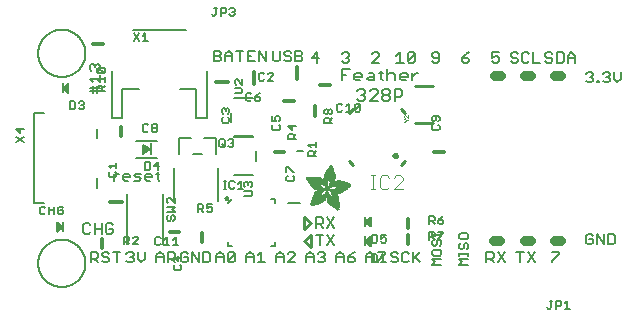
<source format=gbr>
G04 EAGLE Gerber RS-274X export*
G75*
%MOMM*%
%FSLAX34Y34*%
%LPD*%
%INSilkscreen Top*%
%IPPOS*%
%AMOC8*
5,1,8,0,0,1.08239X$1,22.5*%
G01*
%ADD10C,0.127000*%
%ADD11C,0.812800*%
%ADD12C,0.254000*%
%ADD13C,0.152400*%
%ADD14C,0.304800*%
%ADD15C,0.203200*%
%ADD16R,0.200000X1.000000*%
%ADD17R,0.190500X0.889000*%
%ADD18R,0.050800X0.006300*%
%ADD19R,0.082600X0.006400*%
%ADD20R,0.120600X0.006300*%
%ADD21R,0.139700X0.006400*%
%ADD22R,0.158800X0.006300*%
%ADD23R,0.177800X0.006400*%
%ADD24R,0.196800X0.006300*%
%ADD25R,0.215900X0.006400*%
%ADD26R,0.228600X0.006300*%
%ADD27R,0.241300X0.006400*%
%ADD28R,0.254000X0.006300*%
%ADD29R,0.266700X0.006400*%
%ADD30R,0.279400X0.006300*%
%ADD31R,0.285700X0.006400*%
%ADD32R,0.298400X0.006300*%
%ADD33R,0.311200X0.006400*%
%ADD34R,0.317500X0.006300*%
%ADD35R,0.330200X0.006400*%
%ADD36R,0.336600X0.006300*%
%ADD37R,0.349200X0.006400*%
%ADD38R,0.361900X0.006300*%
%ADD39R,0.368300X0.006400*%
%ADD40R,0.381000X0.006300*%
%ADD41R,0.387300X0.006400*%
%ADD42R,0.393700X0.006300*%
%ADD43R,0.406400X0.006400*%
%ADD44R,0.412700X0.006300*%
%ADD45R,0.419100X0.006400*%
%ADD46R,0.431800X0.006300*%
%ADD47R,0.438100X0.006400*%
%ADD48R,0.450800X0.006300*%
%ADD49R,0.457200X0.006400*%
%ADD50R,0.463500X0.006300*%
%ADD51R,0.476200X0.006400*%
%ADD52R,0.482600X0.006300*%
%ADD53R,0.488900X0.006400*%
%ADD54R,0.501600X0.006300*%
%ADD55R,0.508000X0.006400*%
%ADD56R,0.514300X0.006300*%
%ADD57R,0.527000X0.006400*%
%ADD58R,0.533400X0.006300*%
%ADD59R,0.546100X0.006400*%
%ADD60R,0.552400X0.006300*%
%ADD61R,0.558800X0.006400*%
%ADD62R,0.571500X0.006300*%
%ADD63R,0.577800X0.006400*%
%ADD64R,0.584200X0.006300*%
%ADD65R,0.596900X0.006400*%
%ADD66R,0.603200X0.006300*%
%ADD67R,0.609600X0.006400*%
%ADD68R,0.622300X0.006300*%
%ADD69R,0.628600X0.006400*%
%ADD70R,0.641300X0.006300*%
%ADD71R,0.647700X0.006400*%
%ADD72R,0.063500X0.006300*%
%ADD73R,0.654000X0.006300*%
%ADD74R,0.101600X0.006400*%
%ADD75R,0.666700X0.006400*%
%ADD76R,0.139700X0.006300*%
%ADD77R,0.673100X0.006300*%
%ADD78R,0.165100X0.006400*%
%ADD79R,0.679400X0.006400*%
%ADD80R,0.196900X0.006300*%
%ADD81R,0.692100X0.006300*%
%ADD82R,0.222200X0.006400*%
%ADD83R,0.698500X0.006400*%
%ADD84R,0.247700X0.006300*%
%ADD85R,0.704800X0.006300*%
%ADD86R,0.279400X0.006400*%
%ADD87R,0.717500X0.006400*%
%ADD88R,0.298500X0.006300*%
%ADD89R,0.723900X0.006300*%
%ADD90R,0.736600X0.006400*%
%ADD91R,0.342900X0.006300*%
%ADD92R,0.742900X0.006300*%
%ADD93R,0.374700X0.006400*%
%ADD94R,0.749300X0.006400*%
%ADD95R,0.762000X0.006300*%
%ADD96R,0.412700X0.006400*%
%ADD97R,0.768300X0.006400*%
%ADD98R,0.438100X0.006300*%
%ADD99R,0.774700X0.006300*%
%ADD100R,0.463600X0.006400*%
%ADD101R,0.787400X0.006400*%
%ADD102R,0.793700X0.006300*%
%ADD103R,0.495300X0.006400*%
%ADD104R,0.800100X0.006400*%
%ADD105R,0.520700X0.006300*%
%ADD106R,0.812800X0.006300*%
%ADD107R,0.533400X0.006400*%
%ADD108R,0.819100X0.006400*%
%ADD109R,0.558800X0.006300*%
%ADD110R,0.825500X0.006300*%
%ADD111R,0.577900X0.006400*%
%ADD112R,0.831800X0.006400*%
%ADD113R,0.596900X0.006300*%
%ADD114R,0.844500X0.006300*%
%ADD115R,0.616000X0.006400*%
%ADD116R,0.850900X0.006400*%
%ADD117R,0.635000X0.006300*%
%ADD118R,0.857200X0.006300*%
%ADD119R,0.654100X0.006400*%
%ADD120R,0.863600X0.006400*%
%ADD121R,0.666700X0.006300*%
%ADD122R,0.869900X0.006300*%
%ADD123R,0.685800X0.006400*%
%ADD124R,0.876300X0.006400*%
%ADD125R,0.882600X0.006300*%
%ADD126R,0.723900X0.006400*%
%ADD127R,0.889000X0.006400*%
%ADD128R,0.895300X0.006300*%
%ADD129R,0.755700X0.006400*%
%ADD130R,0.901700X0.006400*%
%ADD131R,0.908000X0.006300*%
%ADD132R,0.793800X0.006400*%
%ADD133R,0.914400X0.006400*%
%ADD134R,0.806400X0.006300*%
%ADD135R,0.920700X0.006300*%
%ADD136R,0.825500X0.006400*%
%ADD137R,0.927100X0.006400*%
%ADD138R,0.933400X0.006300*%
%ADD139R,0.857300X0.006400*%
%ADD140R,0.939800X0.006400*%
%ADD141R,0.870000X0.006300*%
%ADD142R,0.939800X0.006300*%
%ADD143R,0.946100X0.006400*%
%ADD144R,0.952500X0.006300*%
%ADD145R,0.908000X0.006400*%
%ADD146R,0.958800X0.006400*%
%ADD147R,0.965200X0.006300*%
%ADD148R,0.965200X0.006400*%
%ADD149R,0.971500X0.006300*%
%ADD150R,0.952500X0.006400*%
%ADD151R,0.977900X0.006400*%
%ADD152R,0.958800X0.006300*%
%ADD153R,0.984200X0.006300*%
%ADD154R,0.971500X0.006400*%
%ADD155R,0.984200X0.006400*%
%ADD156R,0.990600X0.006300*%
%ADD157R,0.984300X0.006400*%
%ADD158R,0.996900X0.006400*%
%ADD159R,0.997000X0.006300*%
%ADD160R,0.996900X0.006300*%
%ADD161R,1.003300X0.006400*%
%ADD162R,1.016000X0.006300*%
%ADD163R,1.009600X0.006300*%
%ADD164R,1.016000X0.006400*%
%ADD165R,1.009600X0.006400*%
%ADD166R,1.022300X0.006300*%
%ADD167R,1.028700X0.006400*%
%ADD168R,1.035100X0.006300*%
%ADD169R,1.047800X0.006400*%
%ADD170R,1.054100X0.006300*%
%ADD171R,1.028700X0.006300*%
%ADD172R,1.054100X0.006400*%
%ADD173R,1.035000X0.006400*%
%ADD174R,1.060400X0.006300*%
%ADD175R,1.035000X0.006300*%
%ADD176R,1.060500X0.006400*%
%ADD177R,1.041400X0.006400*%
%ADD178R,1.066800X0.006300*%
%ADD179R,1.041400X0.006300*%
%ADD180R,1.079500X0.006400*%
%ADD181R,1.047700X0.006400*%
%ADD182R,1.085900X0.006300*%
%ADD183R,1.047700X0.006300*%
%ADD184R,1.085800X0.006400*%
%ADD185R,1.092200X0.006300*%
%ADD186R,1.085900X0.006400*%
%ADD187R,1.098600X0.006300*%
%ADD188R,1.098600X0.006400*%
%ADD189R,1.060400X0.006400*%
%ADD190R,1.104900X0.006300*%
%ADD191R,1.104900X0.006400*%
%ADD192R,1.066800X0.006400*%
%ADD193R,1.111200X0.006300*%
%ADD194R,1.117600X0.006400*%
%ADD195R,1.117600X0.006300*%
%ADD196R,1.073100X0.006300*%
%ADD197R,1.073100X0.006400*%
%ADD198R,1.124000X0.006300*%
%ADD199R,1.079500X0.006300*%
%ADD200R,1.123900X0.006400*%
%ADD201R,1.130300X0.006300*%
%ADD202R,1.130300X0.006400*%
%ADD203R,1.136700X0.006400*%
%ADD204R,1.136700X0.006300*%
%ADD205R,1.085800X0.006300*%
%ADD206R,1.136600X0.006400*%
%ADD207R,1.136600X0.006300*%
%ADD208R,1.143000X0.006400*%
%ADD209R,1.143000X0.006300*%
%ADD210R,1.149400X0.006300*%
%ADD211R,1.149300X0.006300*%
%ADD212R,1.149300X0.006400*%
%ADD213R,1.149400X0.006400*%
%ADD214R,1.155700X0.006400*%
%ADD215R,1.155700X0.006300*%
%ADD216R,1.060500X0.006300*%
%ADD217R,2.197100X0.006400*%
%ADD218R,2.197100X0.006300*%
%ADD219R,2.184400X0.006300*%
%ADD220R,2.184400X0.006400*%
%ADD221R,2.171700X0.006400*%
%ADD222R,2.171700X0.006300*%
%ADD223R,1.530300X0.006400*%
%ADD224R,1.505000X0.006300*%
%ADD225R,1.492300X0.006400*%
%ADD226R,1.485900X0.006300*%
%ADD227R,0.565200X0.006300*%
%ADD228R,1.473200X0.006400*%
%ADD229R,0.565200X0.006400*%
%ADD230R,1.460500X0.006300*%
%ADD231R,1.454100X0.006400*%
%ADD232R,0.552400X0.006400*%
%ADD233R,1.441500X0.006300*%
%ADD234R,0.546100X0.006300*%
%ADD235R,1.435100X0.006400*%
%ADD236R,0.539800X0.006400*%
%ADD237R,1.428800X0.006300*%
%ADD238R,1.422400X0.006400*%
%ADD239R,1.409700X0.006300*%
%ADD240R,0.527100X0.006300*%
%ADD241R,1.403300X0.006400*%
%ADD242R,0.527100X0.006400*%
%ADD243R,1.390700X0.006300*%
%ADD244R,1.384300X0.006400*%
%ADD245R,0.520700X0.006400*%
%ADD246R,1.384300X0.006300*%
%ADD247R,0.514400X0.006300*%
%ADD248R,1.371600X0.006400*%
%ADD249R,1.365200X0.006300*%
%ADD250R,0.508000X0.006300*%
%ADD251R,1.352600X0.006400*%
%ADD252R,0.501700X0.006400*%
%ADD253R,0.711200X0.006300*%
%ADD254R,0.603300X0.006300*%
%ADD255R,0.501700X0.006300*%
%ADD256R,0.692100X0.006400*%
%ADD257R,0.571500X0.006400*%
%ADD258R,0.679400X0.006300*%
%ADD259R,0.495300X0.006300*%
%ADD260R,0.673100X0.006400*%
%ADD261R,0.666800X0.006300*%
%ADD262R,0.488900X0.006300*%
%ADD263R,0.660400X0.006400*%
%ADD264R,0.482600X0.006400*%
%ADD265R,0.476200X0.006300*%
%ADD266R,0.654000X0.006400*%
%ADD267R,0.469900X0.006400*%
%ADD268R,0.476300X0.006400*%
%ADD269R,0.647700X0.006300*%
%ADD270R,0.457200X0.006300*%
%ADD271R,0.469900X0.006300*%
%ADD272R,0.641300X0.006400*%
%ADD273R,0.444500X0.006400*%
%ADD274R,0.463600X0.006300*%
%ADD275R,0.635000X0.006400*%
%ADD276R,0.463500X0.006400*%
%ADD277R,0.393700X0.006400*%
%ADD278R,0.450800X0.006400*%
%ADD279R,0.628600X0.006300*%
%ADD280R,0.387400X0.006300*%
%ADD281R,0.450900X0.006300*%
%ADD282R,0.628700X0.006400*%
%ADD283R,0.374600X0.006400*%
%ADD284R,0.368300X0.006300*%
%ADD285R,0.438200X0.006300*%
%ADD286R,0.622300X0.006400*%
%ADD287R,0.355600X0.006400*%
%ADD288R,0.431800X0.006400*%
%ADD289R,0.349300X0.006300*%
%ADD290R,0.425400X0.006300*%
%ADD291R,0.615900X0.006300*%
%ADD292R,0.330200X0.006300*%
%ADD293R,0.419100X0.006300*%
%ADD294R,0.616000X0.006300*%
%ADD295R,0.311200X0.006300*%
%ADD296R,0.406400X0.006300*%
%ADD297R,0.615900X0.006400*%
%ADD298R,0.304800X0.006400*%
%ADD299R,0.158800X0.006400*%
%ADD300R,0.609600X0.006300*%
%ADD301R,0.292100X0.006300*%
%ADD302R,0.235000X0.006300*%
%ADD303R,0.387400X0.006400*%
%ADD304R,0.292100X0.006400*%
%ADD305R,0.336500X0.006300*%
%ADD306R,0.260400X0.006300*%
%ADD307R,0.603300X0.006400*%
%ADD308R,0.260400X0.006400*%
%ADD309R,0.362000X0.006400*%
%ADD310R,0.450900X0.006400*%
%ADD311R,0.355600X0.006300*%
%ADD312R,0.342900X0.006400*%
%ADD313R,0.514300X0.006400*%
%ADD314R,0.234900X0.006300*%
%ADD315R,0.539700X0.006300*%
%ADD316R,0.603200X0.006400*%
%ADD317R,0.234900X0.006400*%
%ADD318R,0.920700X0.006400*%
%ADD319R,0.958900X0.006400*%
%ADD320R,0.215900X0.006300*%
%ADD321R,0.209600X0.006400*%
%ADD322R,0.203200X0.006300*%
%ADD323R,1.003300X0.006300*%
%ADD324R,0.203200X0.006400*%
%ADD325R,0.196900X0.006400*%
%ADD326R,0.190500X0.006300*%
%ADD327R,0.190500X0.006400*%
%ADD328R,0.184200X0.006300*%
%ADD329R,0.590500X0.006400*%
%ADD330R,0.184200X0.006400*%
%ADD331R,0.590500X0.006300*%
%ADD332R,0.177800X0.006300*%
%ADD333R,0.584200X0.006400*%
%ADD334R,1.168400X0.006400*%
%ADD335R,0.171500X0.006300*%
%ADD336R,1.187500X0.006300*%
%ADD337R,1.200100X0.006400*%
%ADD338R,0.577800X0.006300*%
%ADD339R,1.212900X0.006300*%
%ADD340R,1.231900X0.006400*%
%ADD341R,1.250900X0.006300*%
%ADD342R,0.565100X0.006400*%
%ADD343R,0.184100X0.006400*%
%ADD344R,1.263700X0.006400*%
%ADD345R,0.565100X0.006300*%
%ADD346R,1.289100X0.006300*%
%ADD347R,1.314400X0.006400*%
%ADD348R,0.552500X0.006300*%
%ADD349R,1.568500X0.006300*%
%ADD350R,0.552500X0.006400*%
%ADD351R,1.581200X0.006400*%
%ADD352R,1.593800X0.006300*%
%ADD353R,1.606500X0.006400*%
%ADD354R,1.619300X0.006300*%
%ADD355R,0.514400X0.006400*%
%ADD356R,1.638300X0.006400*%
%ADD357R,1.657300X0.006300*%
%ADD358R,2.209800X0.006400*%
%ADD359R,2.425700X0.006300*%
%ADD360R,2.470100X0.006400*%
%ADD361R,2.501900X0.006300*%
%ADD362R,2.533700X0.006400*%
%ADD363R,2.559000X0.006300*%
%ADD364R,2.584500X0.006400*%
%ADD365R,2.609900X0.006300*%
%ADD366R,2.628900X0.006400*%
%ADD367R,2.660600X0.006300*%
%ADD368R,2.673400X0.006400*%
%ADD369R,1.422400X0.006300*%
%ADD370R,1.200200X0.006300*%
%ADD371R,1.365300X0.006300*%
%ADD372R,1.365300X0.006400*%
%ADD373R,1.352500X0.006300*%
%ADD374R,1.098500X0.006300*%
%ADD375R,1.358900X0.006400*%
%ADD376R,1.352600X0.006300*%
%ADD377R,1.358900X0.006300*%
%ADD378R,1.371600X0.006300*%
%ADD379R,1.377900X0.006400*%
%ADD380R,1.397000X0.006400*%
%ADD381R,1.403300X0.006300*%
%ADD382R,0.914400X0.006300*%
%ADD383R,0.876300X0.006300*%
%ADD384R,0.374600X0.006300*%
%ADD385R,1.073200X0.006400*%
%ADD386R,0.374700X0.006300*%
%ADD387R,0.844600X0.006400*%
%ADD388R,0.844600X0.006300*%
%ADD389R,0.831900X0.006400*%
%ADD390R,1.092200X0.006400*%
%ADD391R,0.400000X0.006300*%
%ADD392R,0.819200X0.006400*%
%ADD393R,1.111300X0.006400*%
%ADD394R,0.812800X0.006400*%
%ADD395R,0.800100X0.006300*%
%ADD396R,0.476300X0.006300*%
%ADD397R,1.181100X0.006300*%
%ADD398R,0.501600X0.006400*%
%ADD399R,1.193800X0.006400*%
%ADD400R,0.781000X0.006400*%
%ADD401R,1.238200X0.006400*%
%ADD402R,0.781100X0.006300*%
%ADD403R,1.257300X0.006300*%
%ADD404R,1.295400X0.006400*%
%ADD405R,1.333500X0.006300*%
%ADD406R,0.774700X0.006400*%
%ADD407R,1.866900X0.006400*%
%ADD408R,0.209600X0.006300*%
%ADD409R,1.866900X0.006300*%
%ADD410R,0.768400X0.006400*%
%ADD411R,0.209500X0.006400*%
%ADD412R,1.860600X0.006400*%
%ADD413R,0.762000X0.006400*%
%ADD414R,0.768400X0.006300*%
%ADD415R,1.860600X0.006300*%
%ADD416R,1.860500X0.006400*%
%ADD417R,0.222300X0.006300*%
%ADD418R,1.854200X0.006300*%
%ADD419R,0.235000X0.006400*%
%ADD420R,1.854200X0.006400*%
%ADD421R,0.768300X0.006300*%
%ADD422R,0.260300X0.006400*%
%ADD423R,1.847800X0.006400*%
%ADD424R,0.266700X0.006300*%
%ADD425R,1.847800X0.006300*%
%ADD426R,0.273100X0.006400*%
%ADD427R,1.841500X0.006400*%
%ADD428R,0.285800X0.006300*%
%ADD429R,1.841500X0.006300*%
%ADD430R,0.298500X0.006400*%
%ADD431R,1.835100X0.006400*%
%ADD432R,0.781000X0.006300*%
%ADD433R,0.304800X0.006300*%
%ADD434R,1.835100X0.006300*%
%ADD435R,0.317500X0.006400*%
%ADD436R,1.828800X0.006400*%
%ADD437R,0.787400X0.006300*%
%ADD438R,0.323800X0.006300*%
%ADD439R,1.828800X0.006300*%
%ADD440R,0.793700X0.006400*%
%ADD441R,1.822400X0.006400*%
%ADD442R,0.806500X0.006300*%
%ADD443R,1.822400X0.006300*%
%ADD444R,1.816100X0.006400*%
%ADD445R,0.819100X0.006300*%
%ADD446R,0.387300X0.006300*%
%ADD447R,1.816100X0.006300*%
%ADD448R,1.809800X0.006400*%
%ADD449R,1.803400X0.006300*%
%ADD450R,1.797000X0.006400*%
%ADD451R,0.901700X0.006300*%
%ADD452R,1.797000X0.006300*%
%ADD453R,1.441400X0.006400*%
%ADD454R,1.790700X0.006400*%
%ADD455R,1.447800X0.006300*%
%ADD456R,1.784300X0.006300*%
%ADD457R,1.447800X0.006400*%
%ADD458R,1.784300X0.006400*%
%ADD459R,1.454100X0.006300*%
%ADD460R,1.771700X0.006300*%
%ADD461R,1.460500X0.006400*%
%ADD462R,1.759000X0.006400*%
%ADD463R,1.466800X0.006300*%
%ADD464R,1.752600X0.006300*%
%ADD465R,1.466800X0.006400*%
%ADD466R,1.739900X0.006400*%
%ADD467R,1.473200X0.006300*%
%ADD468R,1.727200X0.006300*%
%ADD469R,1.479500X0.006400*%
%ADD470R,1.714500X0.006400*%
%ADD471R,1.695400X0.006300*%
%ADD472R,1.485900X0.006400*%
%ADD473R,1.682700X0.006400*%
%ADD474R,1.492200X0.006300*%
%ADD475R,1.663700X0.006300*%
%ADD476R,1.498600X0.006400*%
%ADD477R,1.644600X0.006400*%
%ADD478R,1.498600X0.006300*%
%ADD479R,1.619200X0.006300*%
%ADD480R,1.511300X0.006400*%
%ADD481R,1.600200X0.006400*%
%ADD482R,1.517700X0.006300*%
%ADD483R,1.574800X0.006300*%
%ADD484R,1.524000X0.006400*%
%ADD485R,1.555800X0.006400*%
%ADD486R,1.524000X0.006300*%
%ADD487R,1.536700X0.006300*%
%ADD488R,1.530400X0.006400*%
%ADD489R,1.517700X0.006400*%
%ADD490R,1.492300X0.006300*%
%ADD491R,1.549400X0.006400*%
%ADD492R,1.479600X0.006400*%
%ADD493R,1.549400X0.006300*%
%ADD494R,1.555700X0.006400*%
%ADD495R,1.562100X0.006300*%
%ADD496R,0.323900X0.006300*%
%ADD497R,1.568400X0.006400*%
%ADD498R,0.336600X0.006400*%
%ADD499R,1.587500X0.006300*%
%ADD500R,0.971600X0.006300*%
%ADD501R,0.349300X0.006400*%
%ADD502R,1.600200X0.006300*%
%ADD503R,0.920800X0.006300*%
%ADD504R,0.882700X0.006400*%
%ADD505R,1.612900X0.006300*%
%ADD506R,0.362000X0.006300*%
%ADD507R,1.625600X0.006400*%
%ADD508R,1.625600X0.006300*%
%ADD509R,1.644600X0.006300*%
%ADD510R,0.736600X0.006300*%
%ADD511R,0.717600X0.006400*%
%ADD512R,1.657400X0.006300*%
%ADD513R,0.679500X0.006300*%
%ADD514R,1.663700X0.006400*%
%ADD515R,0.400000X0.006400*%
%ADD516R,1.676400X0.006300*%
%ADD517R,1.676400X0.006400*%
%ADD518R,0.425500X0.006400*%
%ADD519R,1.352500X0.006400*%
%ADD520R,0.444500X0.006300*%
%ADD521R,0.361900X0.006400*%
%ADD522R,0.088900X0.006300*%
%ADD523R,1.009700X0.006300*%
%ADD524R,1.009700X0.006400*%
%ADD525R,1.022300X0.006400*%
%ADD526R,1.346200X0.006400*%
%ADD527R,1.346200X0.006300*%
%ADD528R,1.339900X0.006400*%
%ADD529R,1.035100X0.006400*%
%ADD530R,1.339800X0.006300*%
%ADD531R,1.333500X0.006400*%
%ADD532R,1.327200X0.006400*%
%ADD533R,1.320800X0.006300*%
%ADD534R,1.314500X0.006400*%
%ADD535R,1.314400X0.006300*%
%ADD536R,1.301700X0.006400*%
%ADD537R,1.295400X0.006300*%
%ADD538R,1.289000X0.006400*%
%ADD539R,1.276300X0.006300*%
%ADD540R,1.251000X0.006300*%
%ADD541R,1.244600X0.006400*%
%ADD542R,1.231900X0.006300*%
%ADD543R,1.212800X0.006400*%
%ADD544R,1.200100X0.006300*%
%ADD545R,1.187400X0.006400*%
%ADD546R,1.168400X0.006300*%
%ADD547R,1.047800X0.006300*%
%ADD548R,0.977900X0.006300*%
%ADD549R,0.946200X0.006400*%
%ADD550R,0.933400X0.006400*%
%ADD551R,0.895300X0.006400*%
%ADD552R,0.882700X0.006300*%
%ADD553R,0.863600X0.006300*%
%ADD554R,0.857200X0.006400*%
%ADD555R,0.850900X0.006300*%
%ADD556R,0.838200X0.006300*%
%ADD557R,0.806500X0.006400*%
%ADD558R,0.717600X0.006300*%
%ADD559R,0.711200X0.006400*%
%ADD560R,0.641400X0.006400*%
%ADD561R,0.641400X0.006300*%
%ADD562R,0.628700X0.006300*%
%ADD563R,0.590600X0.006300*%
%ADD564R,0.539700X0.006400*%
%ADD565R,0.285700X0.006300*%
%ADD566R,0.222200X0.006300*%
%ADD567R,0.171400X0.006300*%
%ADD568R,0.152400X0.006400*%
%ADD569R,0.133400X0.006300*%
%ADD570C,0.220000*%
%ADD571C,0.025400*%
%ADD572C,0.101600*%

G36*
X21647Y51314D02*
X21647Y51314D01*
X21665Y51312D01*
X21767Y51340D01*
X21870Y51362D01*
X21885Y51371D01*
X21902Y51376D01*
X22047Y51461D01*
X27127Y55271D01*
X27130Y55274D01*
X27134Y55276D01*
X27215Y55363D01*
X27297Y55448D01*
X27299Y55452D01*
X27302Y55455D01*
X27352Y55564D01*
X27402Y55671D01*
X27402Y55675D01*
X27404Y55679D01*
X27417Y55797D01*
X27430Y55915D01*
X27430Y55919D01*
X27430Y55924D01*
X27404Y56040D01*
X27380Y56156D01*
X27377Y56160D01*
X27376Y56164D01*
X27315Y56266D01*
X27255Y56368D01*
X27251Y56371D01*
X27249Y56374D01*
X27127Y56489D01*
X22047Y60299D01*
X22031Y60307D01*
X22018Y60320D01*
X22003Y60327D01*
X21995Y60333D01*
X21945Y60353D01*
X21922Y60364D01*
X21829Y60413D01*
X21811Y60416D01*
X21795Y60423D01*
X21690Y60435D01*
X21586Y60451D01*
X21568Y60448D01*
X21551Y60450D01*
X21448Y60428D01*
X21343Y60410D01*
X21328Y60402D01*
X21310Y60398D01*
X21220Y60344D01*
X21127Y60294D01*
X21114Y60281D01*
X21099Y60272D01*
X21030Y60192D01*
X20958Y60115D01*
X20951Y60098D01*
X20939Y60085D01*
X20900Y59987D01*
X20856Y59891D01*
X20854Y59873D01*
X20847Y59857D01*
X20829Y59690D01*
X20829Y52070D01*
X20832Y52052D01*
X20830Y52035D01*
X20851Y51931D01*
X20869Y51827D01*
X20877Y51812D01*
X20881Y51794D01*
X20934Y51703D01*
X20984Y51610D01*
X20996Y51598D01*
X21006Y51582D01*
X21085Y51513D01*
X21162Y51441D01*
X21178Y51433D01*
X21192Y51421D01*
X21289Y51381D01*
X21385Y51337D01*
X21403Y51335D01*
X21419Y51328D01*
X21525Y51321D01*
X21629Y51310D01*
X21647Y51314D01*
G37*
G36*
X31137Y168787D02*
X31137Y168787D01*
X31154Y168785D01*
X31257Y168807D01*
X31362Y168825D01*
X31377Y168833D01*
X31395Y168837D01*
X31485Y168891D01*
X31579Y168941D01*
X31591Y168954D01*
X31606Y168963D01*
X31675Y169043D01*
X31747Y169120D01*
X31754Y169137D01*
X31766Y169150D01*
X31805Y169248D01*
X31849Y169344D01*
X31851Y169362D01*
X31858Y169378D01*
X31876Y169545D01*
X31876Y177165D01*
X31874Y177182D01*
X31875Y177197D01*
X31875Y177200D01*
X31854Y177304D01*
X31837Y177408D01*
X31828Y177423D01*
X31825Y177441D01*
X31771Y177532D01*
X31721Y177625D01*
X31709Y177637D01*
X31700Y177653D01*
X31620Y177722D01*
X31543Y177795D01*
X31527Y177802D01*
X31513Y177814D01*
X31416Y177854D01*
X31320Y177898D01*
X31302Y177900D01*
X31286Y177907D01*
X31180Y177914D01*
X31076Y177925D01*
X31058Y177921D01*
X31040Y177923D01*
X30938Y177895D01*
X30865Y177879D01*
X30862Y177879D01*
X30835Y177873D01*
X30820Y177864D01*
X30803Y177859D01*
X30658Y177774D01*
X25578Y173964D01*
X25575Y173961D01*
X25572Y173959D01*
X25490Y173872D01*
X25408Y173787D01*
X25406Y173783D01*
X25403Y173780D01*
X25353Y173671D01*
X25303Y173564D01*
X25303Y173560D01*
X25301Y173556D01*
X25288Y173438D01*
X25275Y173320D01*
X25275Y173316D01*
X25275Y173311D01*
X25301Y173195D01*
X25326Y173079D01*
X25328Y173075D01*
X25329Y173071D01*
X25390Y172969D01*
X25451Y172867D01*
X25454Y172864D01*
X25456Y172861D01*
X25578Y172746D01*
X30658Y168936D01*
X30674Y168928D01*
X30687Y168916D01*
X30783Y168871D01*
X30876Y168822D01*
X30894Y168819D01*
X30910Y168812D01*
X31015Y168800D01*
X31119Y168784D01*
X31137Y168787D01*
G37*
G36*
X287042Y55757D02*
X287042Y55757D01*
X287059Y55755D01*
X287162Y55777D01*
X287267Y55795D01*
X287282Y55803D01*
X287300Y55807D01*
X287390Y55861D01*
X287484Y55911D01*
X287496Y55924D01*
X287511Y55933D01*
X287580Y56013D01*
X287652Y56090D01*
X287659Y56107D01*
X287671Y56120D01*
X287710Y56218D01*
X287754Y56314D01*
X287756Y56332D01*
X287763Y56348D01*
X287781Y56515D01*
X287781Y64135D01*
X287779Y64152D01*
X287780Y64167D01*
X287780Y64170D01*
X287759Y64274D01*
X287742Y64378D01*
X287733Y64393D01*
X287730Y64411D01*
X287676Y64502D01*
X287626Y64595D01*
X287614Y64607D01*
X287605Y64623D01*
X287525Y64692D01*
X287448Y64765D01*
X287432Y64772D01*
X287418Y64784D01*
X287321Y64824D01*
X287225Y64868D01*
X287207Y64870D01*
X287191Y64877D01*
X287085Y64884D01*
X286981Y64895D01*
X286963Y64891D01*
X286945Y64893D01*
X286843Y64865D01*
X286770Y64849D01*
X286767Y64849D01*
X286740Y64843D01*
X286725Y64834D01*
X286708Y64829D01*
X286563Y64744D01*
X281483Y60934D01*
X281480Y60931D01*
X281477Y60929D01*
X281395Y60842D01*
X281313Y60757D01*
X281311Y60753D01*
X281308Y60750D01*
X281258Y60641D01*
X281208Y60534D01*
X281208Y60530D01*
X281206Y60526D01*
X281193Y60408D01*
X281180Y60290D01*
X281180Y60286D01*
X281180Y60281D01*
X281206Y60165D01*
X281231Y60049D01*
X281233Y60045D01*
X281234Y60041D01*
X281295Y59939D01*
X281356Y59837D01*
X281359Y59834D01*
X281361Y59831D01*
X281483Y59716D01*
X286563Y55906D01*
X286579Y55898D01*
X286592Y55886D01*
X286688Y55841D01*
X286781Y55792D01*
X286799Y55789D01*
X286815Y55782D01*
X286920Y55770D01*
X287024Y55754D01*
X287042Y55757D01*
G37*
G36*
X287042Y39247D02*
X287042Y39247D01*
X287059Y39245D01*
X287162Y39267D01*
X287267Y39285D01*
X287282Y39293D01*
X287300Y39297D01*
X287390Y39351D01*
X287484Y39401D01*
X287496Y39414D01*
X287511Y39423D01*
X287580Y39503D01*
X287652Y39580D01*
X287659Y39597D01*
X287671Y39610D01*
X287710Y39708D01*
X287754Y39804D01*
X287756Y39822D01*
X287763Y39838D01*
X287781Y40005D01*
X287781Y47625D01*
X287779Y47642D01*
X287780Y47657D01*
X287780Y47660D01*
X287759Y47764D01*
X287742Y47868D01*
X287733Y47883D01*
X287730Y47901D01*
X287676Y47992D01*
X287626Y48085D01*
X287614Y48097D01*
X287605Y48113D01*
X287525Y48182D01*
X287448Y48255D01*
X287432Y48262D01*
X287418Y48274D01*
X287321Y48314D01*
X287225Y48358D01*
X287207Y48360D01*
X287191Y48367D01*
X287085Y48374D01*
X286981Y48385D01*
X286963Y48381D01*
X286945Y48383D01*
X286843Y48355D01*
X286770Y48339D01*
X286767Y48339D01*
X286740Y48333D01*
X286725Y48324D01*
X286708Y48319D01*
X286563Y48234D01*
X281483Y44424D01*
X281480Y44421D01*
X281477Y44419D01*
X281395Y44332D01*
X281313Y44247D01*
X281311Y44243D01*
X281308Y44240D01*
X281258Y44131D01*
X281208Y44024D01*
X281208Y44020D01*
X281206Y44016D01*
X281193Y43898D01*
X281180Y43780D01*
X281180Y43776D01*
X281180Y43771D01*
X281206Y43655D01*
X281231Y43539D01*
X281233Y43535D01*
X281234Y43531D01*
X281295Y43429D01*
X281356Y43327D01*
X281359Y43324D01*
X281361Y43321D01*
X281483Y43206D01*
X286563Y39396D01*
X286579Y39388D01*
X286592Y39376D01*
X286688Y39331D01*
X286781Y39282D01*
X286799Y39279D01*
X286815Y39272D01*
X286920Y39260D01*
X287024Y39244D01*
X287042Y39247D01*
G37*
G36*
X95200Y118913D02*
X95200Y118913D01*
X95271Y118911D01*
X95341Y118930D01*
X95412Y118938D01*
X95467Y118963D01*
X95546Y118983D01*
X95649Y119044D01*
X95718Y119075D01*
X98718Y121075D01*
X98805Y121152D01*
X98895Y121225D01*
X98910Y121247D01*
X98930Y121265D01*
X98992Y121362D01*
X99059Y121457D01*
X99067Y121483D01*
X99082Y121505D01*
X99114Y121616D01*
X99152Y121726D01*
X99153Y121753D01*
X99160Y121778D01*
X99160Y121894D01*
X99166Y122010D01*
X99160Y122036D01*
X99160Y122063D01*
X99128Y122174D01*
X99102Y122287D01*
X99089Y122310D01*
X99081Y122336D01*
X99019Y122434D01*
X98963Y122535D01*
X98945Y122551D01*
X98930Y122576D01*
X98722Y122761D01*
X98718Y122765D01*
X95718Y124765D01*
X95654Y124796D01*
X95594Y124836D01*
X95526Y124857D01*
X95462Y124888D01*
X95391Y124900D01*
X95323Y124921D01*
X95252Y124923D01*
X95182Y124935D01*
X95110Y124927D01*
X95039Y124929D01*
X94970Y124911D01*
X94899Y124902D01*
X94833Y124875D01*
X94764Y124857D01*
X94703Y124820D01*
X94637Y124793D01*
X94581Y124748D01*
X94519Y124712D01*
X94470Y124660D01*
X94415Y124615D01*
X94374Y124557D01*
X94325Y124504D01*
X94292Y124441D01*
X94251Y124383D01*
X94228Y124315D01*
X94195Y124251D01*
X94185Y124192D01*
X94158Y124114D01*
X94152Y123995D01*
X94140Y123920D01*
X94140Y119920D01*
X94150Y119849D01*
X94150Y119777D01*
X94170Y119709D01*
X94180Y119639D01*
X94209Y119573D01*
X94229Y119504D01*
X94267Y119444D01*
X94296Y119379D01*
X94342Y119324D01*
X94380Y119264D01*
X94434Y119216D01*
X94480Y119162D01*
X94539Y119122D01*
X94593Y119075D01*
X94657Y119044D01*
X94716Y119005D01*
X94785Y118983D01*
X94849Y118952D01*
X94919Y118940D01*
X94987Y118919D01*
X95059Y118917D01*
X95130Y118905D01*
X95200Y118913D01*
G37*
D10*
X204407Y205113D02*
X204407Y197698D01*
X205890Y196215D01*
X208856Y196215D01*
X210339Y197698D01*
X210339Y205113D01*
X218211Y205113D02*
X219694Y203630D01*
X218211Y205113D02*
X215245Y205113D01*
X213762Y203630D01*
X213762Y202147D01*
X215245Y200664D01*
X218211Y200664D01*
X219694Y199181D01*
X219694Y197698D01*
X218211Y196215D01*
X215245Y196215D01*
X213762Y197698D01*
X223118Y196215D02*
X223118Y205113D01*
X227566Y205113D01*
X229049Y203630D01*
X229049Y202147D01*
X227566Y200664D01*
X229049Y199181D01*
X229049Y197698D01*
X227566Y196215D01*
X223118Y196215D01*
X223118Y200664D02*
X227566Y200664D01*
X50102Y34933D02*
X50102Y26035D01*
X50102Y34933D02*
X54551Y34933D01*
X56034Y33450D01*
X56034Y30484D01*
X54551Y29001D01*
X50102Y29001D01*
X53068Y29001D02*
X56034Y26035D01*
X63906Y34933D02*
X65389Y33450D01*
X63906Y34933D02*
X60940Y34933D01*
X59457Y33450D01*
X59457Y31967D01*
X60940Y30484D01*
X63906Y30484D01*
X65389Y29001D01*
X65389Y27518D01*
X63906Y26035D01*
X60940Y26035D01*
X59457Y27518D01*
X71778Y26035D02*
X71778Y34933D01*
X68813Y34933D02*
X74744Y34933D01*
X105580Y31967D02*
X105580Y26035D01*
X105580Y31967D02*
X108546Y34933D01*
X111512Y31967D01*
X111512Y26035D01*
X111512Y30484D02*
X105580Y30484D01*
X114935Y26035D02*
X114935Y34933D01*
X119384Y34933D01*
X120867Y33450D01*
X120867Y30484D01*
X119384Y29001D01*
X114935Y29001D01*
X117901Y29001D02*
X120867Y26035D01*
X81663Y34933D02*
X80180Y33450D01*
X81663Y34933D02*
X84629Y34933D01*
X86112Y33450D01*
X86112Y31967D01*
X84629Y30484D01*
X83146Y30484D01*
X84629Y30484D02*
X86112Y29001D01*
X86112Y27518D01*
X84629Y26035D01*
X81663Y26035D01*
X80180Y27518D01*
X89535Y29001D02*
X89535Y34933D01*
X89535Y29001D02*
X92501Y26035D01*
X95467Y29001D01*
X95467Y34933D01*
X181780Y31967D02*
X181780Y26035D01*
X181780Y31967D02*
X184746Y34933D01*
X187712Y31967D01*
X187712Y26035D01*
X187712Y30484D02*
X181780Y30484D01*
X191135Y31967D02*
X194101Y34933D01*
X194101Y26035D01*
X191135Y26035D02*
X197067Y26035D01*
X156380Y26035D02*
X156380Y31967D01*
X159346Y34933D01*
X162312Y31967D01*
X162312Y26035D01*
X162312Y30484D02*
X156380Y30484D01*
X165735Y27518D02*
X165735Y33450D01*
X167218Y34933D01*
X170184Y34933D01*
X171667Y33450D01*
X171667Y27518D01*
X170184Y26035D01*
X167218Y26035D01*
X165735Y27518D01*
X171667Y33450D01*
X308551Y34933D02*
X310034Y33450D01*
X308551Y34933D02*
X305585Y34933D01*
X304102Y33450D01*
X304102Y31967D01*
X305585Y30484D01*
X308551Y30484D01*
X310034Y29001D01*
X310034Y27518D01*
X308551Y26035D01*
X305585Y26035D01*
X304102Y27518D01*
X317906Y34933D02*
X319389Y33450D01*
X317906Y34933D02*
X314940Y34933D01*
X313457Y33450D01*
X313457Y27518D01*
X314940Y26035D01*
X317906Y26035D01*
X319389Y27518D01*
X322813Y26035D02*
X322813Y34933D01*
X328744Y34933D02*
X322813Y29001D01*
X324296Y30484D02*
X328744Y26035D01*
X339084Y23728D02*
X346710Y23728D01*
X341626Y26270D02*
X339084Y23728D01*
X341626Y26270D02*
X339084Y28812D01*
X346710Y28812D01*
X339084Y33185D02*
X339084Y35727D01*
X339084Y33185D02*
X340355Y31914D01*
X345439Y31914D01*
X346710Y33185D01*
X346710Y35727D01*
X345439Y36998D01*
X340355Y36998D01*
X339084Y35727D01*
X339084Y43913D02*
X340355Y45184D01*
X339084Y43913D02*
X339084Y41370D01*
X340355Y40099D01*
X341626Y40099D01*
X342897Y41370D01*
X342897Y43913D01*
X344168Y45184D01*
X345439Y45184D01*
X346710Y43913D01*
X346710Y41370D01*
X345439Y40099D01*
X346710Y48285D02*
X346710Y50827D01*
X346710Y49556D02*
X339084Y49556D01*
X339084Y48285D02*
X339084Y50827D01*
X154242Y196215D02*
X154242Y205113D01*
X158691Y205113D01*
X160174Y203630D01*
X160174Y202147D01*
X158691Y200664D01*
X160174Y199181D01*
X160174Y197698D01*
X158691Y196215D01*
X154242Y196215D01*
X154242Y200664D02*
X158691Y200664D01*
X163597Y202147D02*
X163597Y196215D01*
X163597Y202147D02*
X166563Y205113D01*
X169529Y202147D01*
X169529Y196215D01*
X169529Y200664D02*
X163597Y200664D01*
X175918Y196215D02*
X175918Y205113D01*
X172953Y205113D02*
X178884Y205113D01*
X130751Y34933D02*
X132234Y33450D01*
X130751Y34933D02*
X127785Y34933D01*
X126302Y33450D01*
X126302Y27518D01*
X127785Y26035D01*
X130751Y26035D01*
X132234Y27518D01*
X132234Y30484D01*
X129268Y30484D01*
X135657Y26035D02*
X135657Y34933D01*
X141589Y26035D01*
X141589Y34933D01*
X145013Y34933D02*
X145013Y26035D01*
X149461Y26035D01*
X150944Y27518D01*
X150944Y33450D01*
X149461Y34933D01*
X145013Y34933D01*
X57785Y170965D02*
X48887Y170965D01*
X48887Y173931D02*
X57785Y173931D01*
X51853Y173931D02*
X51853Y169482D01*
X51853Y173931D02*
X51853Y175414D01*
X54819Y175414D02*
X54819Y169482D01*
X51853Y178837D02*
X48887Y181803D01*
X57785Y181803D01*
X57785Y178837D02*
X57785Y184769D01*
X50370Y188193D02*
X48887Y189676D01*
X48887Y192641D01*
X50370Y194124D01*
X51853Y194124D01*
X53336Y192641D01*
X53336Y191158D01*
X53336Y192641D02*
X54819Y194124D01*
X56302Y194124D01*
X57785Y192641D01*
X57785Y189676D01*
X56302Y188193D01*
X183050Y205113D02*
X188982Y205113D01*
X183050Y205113D02*
X183050Y196215D01*
X188982Y196215D01*
X186016Y200664D02*
X183050Y200664D01*
X192405Y196215D02*
X192405Y205113D01*
X198337Y196215D01*
X198337Y205113D01*
X69248Y101309D02*
X69248Y95377D01*
X69248Y98343D02*
X72214Y101309D01*
X73697Y101309D01*
X78527Y95377D02*
X81493Y95377D01*
X78527Y95377D02*
X77044Y96860D01*
X77044Y99826D01*
X78527Y101309D01*
X81493Y101309D01*
X82976Y99826D01*
X82976Y98343D01*
X77044Y98343D01*
X86399Y95377D02*
X90848Y95377D01*
X92331Y96860D01*
X90848Y98343D01*
X87882Y98343D01*
X86399Y99826D01*
X87882Y101309D01*
X92331Y101309D01*
X97237Y95377D02*
X100203Y95377D01*
X97237Y95377D02*
X95754Y96860D01*
X95754Y99826D01*
X97237Y101309D01*
X100203Y101309D01*
X101686Y99826D01*
X101686Y98343D01*
X95754Y98343D01*
X106592Y96860D02*
X106592Y102792D01*
X106592Y96860D02*
X108075Y95377D01*
X108075Y101309D02*
X105109Y101309D01*
X49684Y57580D02*
X48201Y59063D01*
X45235Y59063D01*
X43752Y57580D01*
X43752Y51648D01*
X45235Y50165D01*
X48201Y50165D01*
X49684Y51648D01*
X53107Y50165D02*
X53107Y59063D01*
X53107Y54614D02*
X59039Y54614D01*
X59039Y59063D02*
X59039Y50165D01*
X66911Y59063D02*
X68394Y57580D01*
X66911Y59063D02*
X63946Y59063D01*
X62463Y57580D01*
X62463Y51648D01*
X63946Y50165D01*
X66911Y50165D01*
X68394Y51648D01*
X68394Y54614D01*
X65428Y54614D01*
X207180Y31967D02*
X207180Y26035D01*
X207180Y31967D02*
X210146Y34933D01*
X213112Y31967D01*
X213112Y26035D01*
X213112Y30484D02*
X207180Y30484D01*
X216535Y26035D02*
X222467Y26035D01*
X216535Y26035D02*
X222467Y31967D01*
X222467Y33450D01*
X220984Y34933D01*
X218018Y34933D01*
X216535Y33450D01*
X232580Y31967D02*
X232580Y26035D01*
X232580Y31967D02*
X235546Y34933D01*
X238512Y31967D01*
X238512Y26035D01*
X238512Y30484D02*
X232580Y30484D01*
X241935Y33450D02*
X243418Y34933D01*
X246384Y34933D01*
X247867Y33450D01*
X247867Y31967D01*
X246384Y30484D01*
X244901Y30484D01*
X246384Y30484D02*
X247867Y29001D01*
X247867Y27518D01*
X246384Y26035D01*
X243418Y26035D01*
X241935Y27518D01*
X257980Y26035D02*
X257980Y31967D01*
X260946Y34933D01*
X263912Y31967D01*
X263912Y26035D01*
X263912Y30484D02*
X257980Y30484D01*
X270301Y33450D02*
X273267Y34933D01*
X270301Y33450D02*
X267335Y30484D01*
X267335Y27518D01*
X268818Y26035D01*
X271784Y26035D01*
X273267Y27518D01*
X273267Y29001D01*
X271784Y30484D01*
X267335Y30484D01*
X283380Y31967D02*
X283380Y26035D01*
X283380Y31967D02*
X286346Y34933D01*
X289312Y31967D01*
X289312Y26035D01*
X289312Y30484D02*
X283380Y30484D01*
X292735Y34933D02*
X298667Y34933D01*
X298667Y33450D01*
X292735Y27518D01*
X292735Y26035D01*
X361944Y23728D02*
X369570Y23728D01*
X364486Y26270D02*
X361944Y23728D01*
X364486Y26270D02*
X361944Y28812D01*
X369570Y28812D01*
X369570Y31914D02*
X369570Y34456D01*
X369570Y33185D02*
X361944Y33185D01*
X361944Y31914D02*
X361944Y34456D01*
X361944Y41184D02*
X363215Y42455D01*
X361944Y41184D02*
X361944Y38642D01*
X363215Y37371D01*
X364486Y37371D01*
X365757Y38642D01*
X365757Y41184D01*
X367028Y42455D01*
X368299Y42455D01*
X369570Y41184D01*
X369570Y38642D01*
X368299Y37371D01*
X361944Y46828D02*
X361944Y49370D01*
X361944Y46828D02*
X363215Y45556D01*
X368299Y45556D01*
X369570Y46828D01*
X369570Y49370D01*
X368299Y50641D01*
X363215Y50641D01*
X361944Y49370D01*
X384980Y34933D02*
X384980Y26035D01*
X384980Y34933D02*
X389429Y34933D01*
X390912Y33450D01*
X390912Y30484D01*
X389429Y29001D01*
X384980Y29001D01*
X387946Y29001D02*
X390912Y26035D01*
X400267Y26035D02*
X394335Y34933D01*
X400267Y34933D02*
X394335Y26035D01*
X413346Y26035D02*
X413346Y34933D01*
X410380Y34933D02*
X416312Y34933D01*
X419735Y34933D02*
X425667Y26035D01*
X419735Y26035D02*
X425667Y34933D01*
X411634Y202360D02*
X410151Y203843D01*
X407185Y203843D01*
X405702Y202360D01*
X405702Y200877D01*
X407185Y199394D01*
X410151Y199394D01*
X411634Y197911D01*
X411634Y196428D01*
X410151Y194945D01*
X407185Y194945D01*
X405702Y196428D01*
X419506Y203843D02*
X420989Y202360D01*
X419506Y203843D02*
X416540Y203843D01*
X415057Y202360D01*
X415057Y196428D01*
X416540Y194945D01*
X419506Y194945D01*
X420989Y196428D01*
X424413Y194945D02*
X424413Y203843D01*
X424413Y194945D02*
X430344Y194945D01*
X439361Y203843D02*
X440844Y202360D01*
X439361Y203843D02*
X436395Y203843D01*
X434912Y202360D01*
X434912Y200877D01*
X436395Y199394D01*
X439361Y199394D01*
X440844Y197911D01*
X440844Y196428D01*
X439361Y194945D01*
X436395Y194945D01*
X434912Y196428D01*
X444267Y194945D02*
X444267Y203843D01*
X444267Y194945D02*
X448716Y194945D01*
X450199Y196428D01*
X450199Y202360D01*
X448716Y203843D01*
X444267Y203843D01*
X453623Y200877D02*
X453623Y194945D01*
X453623Y200877D02*
X456588Y203843D01*
X459554Y200877D01*
X459554Y194945D01*
X459554Y199394D02*
X453623Y199394D01*
X395589Y203843D02*
X389657Y203843D01*
X389657Y199394D01*
X392623Y200877D01*
X394106Y200877D01*
X395589Y199394D01*
X395589Y196428D01*
X394106Y194945D01*
X391140Y194945D01*
X389657Y196428D01*
X370189Y203843D02*
X367223Y202360D01*
X364257Y199394D01*
X364257Y196428D01*
X365740Y194945D01*
X368706Y194945D01*
X370189Y196428D01*
X370189Y197911D01*
X368706Y199394D01*
X364257Y199394D01*
X340340Y194945D02*
X338857Y196428D01*
X340340Y194945D02*
X343306Y194945D01*
X344789Y196428D01*
X344789Y202360D01*
X343306Y203843D01*
X340340Y203843D01*
X338857Y202360D01*
X338857Y200877D01*
X340340Y199394D01*
X344789Y199394D01*
X311746Y203843D02*
X308780Y200877D01*
X311746Y203843D02*
X311746Y194945D01*
X308780Y194945D02*
X314712Y194945D01*
X318135Y196428D02*
X318135Y202360D01*
X319618Y203843D01*
X322584Y203843D01*
X324067Y202360D01*
X324067Y196428D01*
X322584Y194945D01*
X319618Y194945D01*
X318135Y196428D01*
X324067Y202360D01*
X293989Y194945D02*
X288057Y194945D01*
X293989Y200877D01*
X293989Y202360D01*
X292506Y203843D01*
X289540Y203843D01*
X288057Y202360D01*
X264140Y203843D02*
X262657Y202360D01*
X264140Y203843D02*
X267106Y203843D01*
X268589Y202360D01*
X268589Y200877D01*
X267106Y199394D01*
X265623Y199394D01*
X267106Y199394D02*
X268589Y197911D01*
X268589Y196428D01*
X267106Y194945D01*
X264140Y194945D01*
X262657Y196428D01*
X241706Y194945D02*
X241706Y203843D01*
X237257Y199394D01*
X243189Y199394D01*
X473651Y50173D02*
X475134Y48690D01*
X473651Y50173D02*
X470685Y50173D01*
X469202Y48690D01*
X469202Y42758D01*
X470685Y41275D01*
X473651Y41275D01*
X475134Y42758D01*
X475134Y45724D01*
X472168Y45724D01*
X478557Y41275D02*
X478557Y50173D01*
X484489Y41275D01*
X484489Y50173D01*
X487913Y50173D02*
X487913Y41275D01*
X492361Y41275D01*
X493844Y42758D01*
X493844Y48690D01*
X492361Y50173D01*
X487913Y50173D01*
X469403Y185850D02*
X470886Y187333D01*
X473852Y187333D01*
X475335Y185850D01*
X475335Y184367D01*
X473852Y182884D01*
X472369Y182884D01*
X473852Y182884D02*
X475335Y181401D01*
X475335Y179918D01*
X473852Y178435D01*
X470886Y178435D01*
X469403Y179918D01*
X478759Y179918D02*
X478759Y178435D01*
X478759Y179918D02*
X480242Y179918D01*
X480242Y178435D01*
X478759Y178435D01*
X483436Y185850D02*
X484919Y187333D01*
X487885Y187333D01*
X489368Y185850D01*
X489368Y184367D01*
X487885Y182884D01*
X486402Y182884D01*
X487885Y182884D02*
X489368Y181401D01*
X489368Y179918D01*
X487885Y178435D01*
X484919Y178435D01*
X483436Y179918D01*
X492791Y181401D02*
X492791Y187333D01*
X492791Y181401D02*
X495757Y178435D01*
X498723Y181401D01*
X498723Y187333D01*
X446389Y34933D02*
X440457Y34933D01*
X446389Y34933D02*
X446389Y33450D01*
X440457Y27518D01*
X440457Y26035D01*
D11*
X396240Y44450D02*
X391160Y44450D01*
X417195Y44450D02*
X422275Y44450D01*
X442595Y44450D02*
X447675Y44450D01*
X396875Y184150D02*
X391795Y184150D01*
X417195Y184150D02*
X422275Y184150D01*
X442595Y184150D02*
X447675Y184150D01*
D10*
X243801Y49538D02*
X243801Y40640D01*
X240835Y49538D02*
X246767Y49538D01*
X250190Y49538D02*
X256122Y40640D01*
X250190Y40640D02*
X256122Y49538D01*
X240835Y55245D02*
X240835Y64143D01*
X245284Y64143D01*
X246767Y62660D01*
X246767Y59694D01*
X245284Y58211D01*
X240835Y58211D01*
X243801Y58211D02*
X246767Y55245D01*
X256122Y55245D02*
X250190Y64143D01*
X256122Y64143D02*
X250190Y55245D01*
D12*
X236220Y48895D02*
X230505Y43815D01*
X236220Y39370D01*
X236220Y48895D01*
X230505Y54610D02*
X236220Y59690D01*
X230505Y64770D01*
X230505Y54610D01*
D13*
X262467Y180150D02*
X262467Y190064D01*
X269077Y190064D01*
X265772Y185107D02*
X262467Y185107D01*
X274644Y180150D02*
X277949Y180150D01*
X274644Y180150D02*
X272992Y181802D01*
X272992Y185107D01*
X274644Y186759D01*
X277949Y186759D01*
X279601Y185107D01*
X279601Y183454D01*
X272992Y183454D01*
X285169Y186759D02*
X288474Y186759D01*
X290126Y185107D01*
X290126Y180150D01*
X285169Y180150D01*
X283516Y181802D01*
X285169Y183454D01*
X290126Y183454D01*
X295693Y181802D02*
X295693Y188412D01*
X295693Y181802D02*
X297346Y180150D01*
X297346Y186759D02*
X294041Y186759D01*
X301057Y190064D02*
X301057Y180150D01*
X301057Y185107D02*
X302710Y186759D01*
X306014Y186759D01*
X307667Y185107D01*
X307667Y180150D01*
X313234Y180150D02*
X316539Y180150D01*
X313234Y180150D02*
X311582Y181802D01*
X311582Y185107D01*
X313234Y186759D01*
X316539Y186759D01*
X318191Y185107D01*
X318191Y183454D01*
X311582Y183454D01*
X322106Y180150D02*
X322106Y186759D01*
X322106Y183454D02*
X325411Y186759D01*
X327064Y186759D01*
X277275Y172919D02*
X275623Y171267D01*
X277275Y172919D02*
X280580Y172919D01*
X282232Y171267D01*
X282232Y169614D01*
X280580Y167962D01*
X278928Y167962D01*
X280580Y167962D02*
X282232Y166309D01*
X282232Y164657D01*
X280580Y163005D01*
X277275Y163005D01*
X275623Y164657D01*
X286147Y163005D02*
X292757Y163005D01*
X292757Y169614D02*
X286147Y163005D01*
X292757Y169614D02*
X292757Y171267D01*
X291105Y172919D01*
X287800Y172919D01*
X286147Y171267D01*
X296672Y171267D02*
X298324Y172919D01*
X301629Y172919D01*
X303282Y171267D01*
X303282Y169614D01*
X301629Y167962D01*
X303282Y166309D01*
X303282Y164657D01*
X301629Y163005D01*
X298324Y163005D01*
X296672Y164657D01*
X296672Y166309D01*
X298324Y167962D01*
X296672Y169614D01*
X296672Y171267D01*
X298324Y167962D02*
X301629Y167962D01*
X307197Y163005D02*
X307197Y172919D01*
X312154Y172919D01*
X313806Y171267D01*
X313806Y167962D01*
X312154Y166309D01*
X307197Y166309D01*
D14*
X187910Y177400D02*
X187910Y187560D01*
D13*
X184884Y169524D02*
X185985Y168422D01*
X184884Y169524D02*
X182680Y169524D01*
X181579Y168422D01*
X181579Y164016D01*
X182680Y162914D01*
X184884Y162914D01*
X185985Y164016D01*
X191266Y168422D02*
X193469Y169524D01*
X191266Y168422D02*
X189063Y166219D01*
X189063Y164016D01*
X190164Y162914D01*
X192368Y162914D01*
X193469Y164016D01*
X193469Y165117D01*
X192368Y166219D01*
X189063Y166219D01*
D15*
X5400Y203200D02*
X5406Y203691D01*
X5424Y204181D01*
X5454Y204671D01*
X5496Y205160D01*
X5550Y205648D01*
X5616Y206135D01*
X5694Y206619D01*
X5784Y207102D01*
X5886Y207582D01*
X5999Y208060D01*
X6124Y208534D01*
X6261Y209006D01*
X6409Y209474D01*
X6569Y209938D01*
X6740Y210398D01*
X6922Y210854D01*
X7116Y211305D01*
X7320Y211751D01*
X7536Y212192D01*
X7762Y212628D01*
X7998Y213058D01*
X8245Y213482D01*
X8503Y213900D01*
X8771Y214311D01*
X9048Y214716D01*
X9336Y215114D01*
X9633Y215505D01*
X9940Y215888D01*
X10256Y216263D01*
X10581Y216631D01*
X10915Y216991D01*
X11258Y217342D01*
X11609Y217685D01*
X11969Y218019D01*
X12337Y218344D01*
X12712Y218660D01*
X13095Y218967D01*
X13486Y219264D01*
X13884Y219552D01*
X14289Y219829D01*
X14700Y220097D01*
X15118Y220355D01*
X15542Y220602D01*
X15972Y220838D01*
X16408Y221064D01*
X16849Y221280D01*
X17295Y221484D01*
X17746Y221678D01*
X18202Y221860D01*
X18662Y222031D01*
X19126Y222191D01*
X19594Y222339D01*
X20066Y222476D01*
X20540Y222601D01*
X21018Y222714D01*
X21498Y222816D01*
X21981Y222906D01*
X22465Y222984D01*
X22952Y223050D01*
X23440Y223104D01*
X23929Y223146D01*
X24419Y223176D01*
X24909Y223194D01*
X25400Y223200D01*
X25891Y223194D01*
X26381Y223176D01*
X26871Y223146D01*
X27360Y223104D01*
X27848Y223050D01*
X28335Y222984D01*
X28819Y222906D01*
X29302Y222816D01*
X29782Y222714D01*
X30260Y222601D01*
X30734Y222476D01*
X31206Y222339D01*
X31674Y222191D01*
X32138Y222031D01*
X32598Y221860D01*
X33054Y221678D01*
X33505Y221484D01*
X33951Y221280D01*
X34392Y221064D01*
X34828Y220838D01*
X35258Y220602D01*
X35682Y220355D01*
X36100Y220097D01*
X36511Y219829D01*
X36916Y219552D01*
X37314Y219264D01*
X37705Y218967D01*
X38088Y218660D01*
X38463Y218344D01*
X38831Y218019D01*
X39191Y217685D01*
X39542Y217342D01*
X39885Y216991D01*
X40219Y216631D01*
X40544Y216263D01*
X40860Y215888D01*
X41167Y215505D01*
X41464Y215114D01*
X41752Y214716D01*
X42029Y214311D01*
X42297Y213900D01*
X42555Y213482D01*
X42802Y213058D01*
X43038Y212628D01*
X43264Y212192D01*
X43480Y211751D01*
X43684Y211305D01*
X43878Y210854D01*
X44060Y210398D01*
X44231Y209938D01*
X44391Y209474D01*
X44539Y209006D01*
X44676Y208534D01*
X44801Y208060D01*
X44914Y207582D01*
X45016Y207102D01*
X45106Y206619D01*
X45184Y206135D01*
X45250Y205648D01*
X45304Y205160D01*
X45346Y204671D01*
X45376Y204181D01*
X45394Y203691D01*
X45400Y203200D01*
X45394Y202709D01*
X45376Y202219D01*
X45346Y201729D01*
X45304Y201240D01*
X45250Y200752D01*
X45184Y200265D01*
X45106Y199781D01*
X45016Y199298D01*
X44914Y198818D01*
X44801Y198340D01*
X44676Y197866D01*
X44539Y197394D01*
X44391Y196926D01*
X44231Y196462D01*
X44060Y196002D01*
X43878Y195546D01*
X43684Y195095D01*
X43480Y194649D01*
X43264Y194208D01*
X43038Y193772D01*
X42802Y193342D01*
X42555Y192918D01*
X42297Y192500D01*
X42029Y192089D01*
X41752Y191684D01*
X41464Y191286D01*
X41167Y190895D01*
X40860Y190512D01*
X40544Y190137D01*
X40219Y189769D01*
X39885Y189409D01*
X39542Y189058D01*
X39191Y188715D01*
X38831Y188381D01*
X38463Y188056D01*
X38088Y187740D01*
X37705Y187433D01*
X37314Y187136D01*
X36916Y186848D01*
X36511Y186571D01*
X36100Y186303D01*
X35682Y186045D01*
X35258Y185798D01*
X34828Y185562D01*
X34392Y185336D01*
X33951Y185120D01*
X33505Y184916D01*
X33054Y184722D01*
X32598Y184540D01*
X32138Y184369D01*
X31674Y184209D01*
X31206Y184061D01*
X30734Y183924D01*
X30260Y183799D01*
X29782Y183686D01*
X29302Y183584D01*
X28819Y183494D01*
X28335Y183416D01*
X27848Y183350D01*
X27360Y183296D01*
X26871Y183254D01*
X26381Y183224D01*
X25891Y183206D01*
X25400Y183200D01*
X24909Y183206D01*
X24419Y183224D01*
X23929Y183254D01*
X23440Y183296D01*
X22952Y183350D01*
X22465Y183416D01*
X21981Y183494D01*
X21498Y183584D01*
X21018Y183686D01*
X20540Y183799D01*
X20066Y183924D01*
X19594Y184061D01*
X19126Y184209D01*
X18662Y184369D01*
X18202Y184540D01*
X17746Y184722D01*
X17295Y184916D01*
X16849Y185120D01*
X16408Y185336D01*
X15972Y185562D01*
X15542Y185798D01*
X15118Y186045D01*
X14700Y186303D01*
X14289Y186571D01*
X13884Y186848D01*
X13486Y187136D01*
X13095Y187433D01*
X12712Y187740D01*
X12337Y188056D01*
X11969Y188381D01*
X11609Y188715D01*
X11258Y189058D01*
X10915Y189409D01*
X10581Y189769D01*
X10256Y190137D01*
X9940Y190512D01*
X9633Y190895D01*
X9336Y191286D01*
X9048Y191684D01*
X8771Y192089D01*
X8503Y192500D01*
X8245Y192918D01*
X7998Y193342D01*
X7762Y193772D01*
X7536Y194208D01*
X7320Y194649D01*
X7116Y195095D01*
X6922Y195546D01*
X6740Y196002D01*
X6569Y196462D01*
X6409Y196926D01*
X6261Y197394D01*
X6124Y197866D01*
X5999Y198340D01*
X5886Y198818D01*
X5784Y199298D01*
X5694Y199781D01*
X5616Y200265D01*
X5550Y200752D01*
X5496Y201240D01*
X5454Y201729D01*
X5424Y202219D01*
X5406Y202709D01*
X5400Y203200D01*
X5400Y25400D02*
X5406Y25891D01*
X5424Y26381D01*
X5454Y26871D01*
X5496Y27360D01*
X5550Y27848D01*
X5616Y28335D01*
X5694Y28819D01*
X5784Y29302D01*
X5886Y29782D01*
X5999Y30260D01*
X6124Y30734D01*
X6261Y31206D01*
X6409Y31674D01*
X6569Y32138D01*
X6740Y32598D01*
X6922Y33054D01*
X7116Y33505D01*
X7320Y33951D01*
X7536Y34392D01*
X7762Y34828D01*
X7998Y35258D01*
X8245Y35682D01*
X8503Y36100D01*
X8771Y36511D01*
X9048Y36916D01*
X9336Y37314D01*
X9633Y37705D01*
X9940Y38088D01*
X10256Y38463D01*
X10581Y38831D01*
X10915Y39191D01*
X11258Y39542D01*
X11609Y39885D01*
X11969Y40219D01*
X12337Y40544D01*
X12712Y40860D01*
X13095Y41167D01*
X13486Y41464D01*
X13884Y41752D01*
X14289Y42029D01*
X14700Y42297D01*
X15118Y42555D01*
X15542Y42802D01*
X15972Y43038D01*
X16408Y43264D01*
X16849Y43480D01*
X17295Y43684D01*
X17746Y43878D01*
X18202Y44060D01*
X18662Y44231D01*
X19126Y44391D01*
X19594Y44539D01*
X20066Y44676D01*
X20540Y44801D01*
X21018Y44914D01*
X21498Y45016D01*
X21981Y45106D01*
X22465Y45184D01*
X22952Y45250D01*
X23440Y45304D01*
X23929Y45346D01*
X24419Y45376D01*
X24909Y45394D01*
X25400Y45400D01*
X25891Y45394D01*
X26381Y45376D01*
X26871Y45346D01*
X27360Y45304D01*
X27848Y45250D01*
X28335Y45184D01*
X28819Y45106D01*
X29302Y45016D01*
X29782Y44914D01*
X30260Y44801D01*
X30734Y44676D01*
X31206Y44539D01*
X31674Y44391D01*
X32138Y44231D01*
X32598Y44060D01*
X33054Y43878D01*
X33505Y43684D01*
X33951Y43480D01*
X34392Y43264D01*
X34828Y43038D01*
X35258Y42802D01*
X35682Y42555D01*
X36100Y42297D01*
X36511Y42029D01*
X36916Y41752D01*
X37314Y41464D01*
X37705Y41167D01*
X38088Y40860D01*
X38463Y40544D01*
X38831Y40219D01*
X39191Y39885D01*
X39542Y39542D01*
X39885Y39191D01*
X40219Y38831D01*
X40544Y38463D01*
X40860Y38088D01*
X41167Y37705D01*
X41464Y37314D01*
X41752Y36916D01*
X42029Y36511D01*
X42297Y36100D01*
X42555Y35682D01*
X42802Y35258D01*
X43038Y34828D01*
X43264Y34392D01*
X43480Y33951D01*
X43684Y33505D01*
X43878Y33054D01*
X44060Y32598D01*
X44231Y32138D01*
X44391Y31674D01*
X44539Y31206D01*
X44676Y30734D01*
X44801Y30260D01*
X44914Y29782D01*
X45016Y29302D01*
X45106Y28819D01*
X45184Y28335D01*
X45250Y27848D01*
X45304Y27360D01*
X45346Y26871D01*
X45376Y26381D01*
X45394Y25891D01*
X45400Y25400D01*
X45394Y24909D01*
X45376Y24419D01*
X45346Y23929D01*
X45304Y23440D01*
X45250Y22952D01*
X45184Y22465D01*
X45106Y21981D01*
X45016Y21498D01*
X44914Y21018D01*
X44801Y20540D01*
X44676Y20066D01*
X44539Y19594D01*
X44391Y19126D01*
X44231Y18662D01*
X44060Y18202D01*
X43878Y17746D01*
X43684Y17295D01*
X43480Y16849D01*
X43264Y16408D01*
X43038Y15972D01*
X42802Y15542D01*
X42555Y15118D01*
X42297Y14700D01*
X42029Y14289D01*
X41752Y13884D01*
X41464Y13486D01*
X41167Y13095D01*
X40860Y12712D01*
X40544Y12337D01*
X40219Y11969D01*
X39885Y11609D01*
X39542Y11258D01*
X39191Y10915D01*
X38831Y10581D01*
X38463Y10256D01*
X38088Y9940D01*
X37705Y9633D01*
X37314Y9336D01*
X36916Y9048D01*
X36511Y8771D01*
X36100Y8503D01*
X35682Y8245D01*
X35258Y7998D01*
X34828Y7762D01*
X34392Y7536D01*
X33951Y7320D01*
X33505Y7116D01*
X33054Y6922D01*
X32598Y6740D01*
X32138Y6569D01*
X31674Y6409D01*
X31206Y6261D01*
X30734Y6124D01*
X30260Y5999D01*
X29782Y5886D01*
X29302Y5784D01*
X28819Y5694D01*
X28335Y5616D01*
X27848Y5550D01*
X27360Y5496D01*
X26871Y5454D01*
X26381Y5424D01*
X25891Y5406D01*
X25400Y5400D01*
X24909Y5406D01*
X24419Y5424D01*
X23929Y5454D01*
X23440Y5496D01*
X22952Y5550D01*
X22465Y5616D01*
X21981Y5694D01*
X21498Y5784D01*
X21018Y5886D01*
X20540Y5999D01*
X20066Y6124D01*
X19594Y6261D01*
X19126Y6409D01*
X18662Y6569D01*
X18202Y6740D01*
X17746Y6922D01*
X17295Y7116D01*
X16849Y7320D01*
X16408Y7536D01*
X15972Y7762D01*
X15542Y7998D01*
X15118Y8245D01*
X14700Y8503D01*
X14289Y8771D01*
X13884Y9048D01*
X13486Y9336D01*
X13095Y9633D01*
X12712Y9940D01*
X12337Y10256D01*
X11969Y10581D01*
X11609Y10915D01*
X11258Y11258D01*
X10915Y11609D01*
X10581Y11969D01*
X10256Y12337D01*
X9940Y12712D01*
X9633Y13095D01*
X9336Y13486D01*
X9048Y13884D01*
X8771Y14289D01*
X8503Y14700D01*
X8245Y15118D01*
X7998Y15542D01*
X7762Y15972D01*
X7536Y16408D01*
X7320Y16849D01*
X7116Y17295D01*
X6922Y17746D01*
X6740Y18202D01*
X6569Y18662D01*
X6409Y19126D01*
X6261Y19594D01*
X6124Y20066D01*
X5999Y20540D01*
X5886Y21018D01*
X5784Y21498D01*
X5694Y21981D01*
X5616Y22465D01*
X5550Y22952D01*
X5496Y23440D01*
X5454Y23929D01*
X5424Y24419D01*
X5406Y24909D01*
X5400Y25400D01*
X171070Y132090D02*
X187070Y132090D01*
X187070Y165090D02*
X171070Y165090D01*
X168570Y152590D02*
X168570Y144590D01*
D13*
X171698Y169132D02*
X177206Y169132D01*
X178308Y170234D01*
X178308Y172437D01*
X177206Y173538D01*
X171698Y173538D01*
X178308Y176616D02*
X178308Y181023D01*
X173902Y181023D02*
X178308Y176616D01*
X173902Y181023D02*
X172800Y181023D01*
X171698Y179921D01*
X171698Y177718D01*
X172800Y176616D01*
D15*
X105885Y114920D02*
X88425Y114920D01*
X88425Y128920D02*
X105885Y128920D01*
X100155Y121920D02*
X94155Y117920D01*
X94155Y125920D01*
X100155Y121920D01*
D16*
X101155Y121920D03*
D13*
X95649Y111004D02*
X95649Y104394D01*
X98954Y104394D01*
X100055Y105496D01*
X100055Y109902D01*
X98954Y111004D01*
X95649Y111004D01*
X106438Y111004D02*
X106438Y104394D01*
X103133Y107699D02*
X106438Y111004D01*
X107539Y107699D02*
X103133Y107699D01*
X436272Y-11852D02*
X437373Y-12954D01*
X438475Y-12954D01*
X439576Y-11852D01*
X439576Y-6344D01*
X438475Y-6344D02*
X440678Y-6344D01*
X443756Y-6344D02*
X443756Y-12954D01*
X443756Y-6344D02*
X447061Y-6344D01*
X448162Y-7446D01*
X448162Y-9649D01*
X447061Y-10751D01*
X443756Y-10751D01*
X451240Y-8548D02*
X453443Y-6344D01*
X453443Y-12954D01*
X451240Y-12954D02*
X455646Y-12954D01*
D15*
X130450Y223040D02*
X85450Y223040D01*
X147950Y188040D02*
X147950Y148040D01*
X139450Y148040D01*
X139450Y173040D01*
X125450Y173040D01*
X90450Y173040D02*
X76450Y173040D01*
X76450Y148040D01*
X67950Y148040D01*
X67950Y188040D01*
D13*
X90893Y213487D02*
X86487Y220097D01*
X90893Y220097D02*
X86487Y213487D01*
X93971Y217893D02*
X96174Y220097D01*
X96174Y213487D01*
X93971Y213487D02*
X98378Y213487D01*
X152400Y236052D02*
X153502Y234950D01*
X154603Y234950D01*
X155705Y236052D01*
X155705Y241560D01*
X156806Y241560D02*
X154603Y241560D01*
X159884Y241560D02*
X159884Y234950D01*
X159884Y241560D02*
X163189Y241560D01*
X164291Y240458D01*
X164291Y238255D01*
X163189Y237153D01*
X159884Y237153D01*
X167368Y240458D02*
X168470Y241560D01*
X170673Y241560D01*
X171775Y240458D01*
X171775Y239356D01*
X170673Y238255D01*
X169572Y238255D01*
X170673Y238255D02*
X171775Y237153D01*
X171775Y236052D01*
X170673Y234950D01*
X168470Y234950D01*
X167368Y236052D01*
D15*
X171070Y132705D02*
X187070Y132705D01*
X187070Y99705D02*
X171070Y99705D01*
X189570Y112205D02*
X189570Y120205D01*
D13*
X185334Y82219D02*
X179826Y82219D01*
X185334Y82219D02*
X186436Y83320D01*
X186436Y85524D01*
X185334Y86625D01*
X179826Y86625D01*
X180928Y89703D02*
X179826Y90804D01*
X179826Y93008D01*
X180928Y94109D01*
X182030Y94109D01*
X183131Y93008D01*
X183131Y91906D01*
X183131Y93008D02*
X184233Y94109D01*
X185334Y94109D01*
X186436Y93008D01*
X186436Y90804D01*
X185334Y89703D01*
D17*
X26488Y55880D03*
D13*
X11518Y72310D02*
X10417Y73412D01*
X8214Y73412D01*
X7112Y72310D01*
X7112Y67904D01*
X8214Y66802D01*
X10417Y66802D01*
X11518Y67904D01*
X14596Y66802D02*
X14596Y73412D01*
X14596Y70107D02*
X19003Y70107D01*
X19003Y73412D02*
X19003Y66802D01*
X25385Y73412D02*
X26487Y72310D01*
X25385Y73412D02*
X23182Y73412D01*
X22080Y72310D01*
X22080Y67904D01*
X23182Y66802D01*
X25385Y66802D01*
X26487Y67904D01*
X26487Y70107D01*
X24284Y70107D01*
D14*
X59690Y45910D02*
X59690Y37910D01*
D13*
X78232Y41402D02*
X78232Y48012D01*
X81537Y48012D01*
X82638Y46910D01*
X82638Y44707D01*
X81537Y43605D01*
X78232Y43605D01*
X80435Y43605D02*
X82638Y41402D01*
X85716Y41402D02*
X90123Y41402D01*
X90123Y45808D02*
X85716Y41402D01*
X90123Y45808D02*
X90123Y46910D01*
X89021Y48012D01*
X86818Y48012D01*
X85716Y46910D01*
D14*
X156210Y179070D02*
X166370Y179070D01*
D13*
X161878Y148950D02*
X160776Y147849D01*
X160776Y145645D01*
X161878Y144544D01*
X166284Y144544D01*
X167386Y145645D01*
X167386Y147849D01*
X166284Y148950D01*
X161878Y152028D02*
X160776Y153129D01*
X160776Y155333D01*
X161878Y156434D01*
X162980Y156434D01*
X164081Y155333D01*
X164081Y154231D01*
X164081Y155333D02*
X165183Y156434D01*
X166284Y156434D01*
X167386Y155333D01*
X167386Y153129D01*
X166284Y152028D01*
D15*
X111139Y83865D02*
X111139Y41865D01*
X80631Y41865D02*
X80631Y83865D01*
D13*
X114421Y64799D02*
X115523Y65901D01*
X114421Y64799D02*
X114421Y62596D01*
X115523Y61495D01*
X116625Y61495D01*
X117726Y62596D01*
X117726Y64799D01*
X118828Y65901D01*
X119929Y65901D01*
X121031Y64799D01*
X121031Y62596D01*
X119929Y61495D01*
X121031Y68979D02*
X114421Y68979D01*
X118828Y71182D02*
X121031Y68979D01*
X118828Y71182D02*
X121031Y73385D01*
X114421Y73385D01*
X121031Y76463D02*
X121031Y80869D01*
X121031Y76463D02*
X116625Y80869D01*
X115523Y80869D01*
X114421Y79768D01*
X114421Y77564D01*
X115523Y76463D01*
D17*
X26218Y173355D03*
D13*
X32149Y162439D02*
X32149Y155829D01*
X35454Y155829D01*
X36555Y156931D01*
X36555Y161337D01*
X35454Y162439D01*
X32149Y162439D01*
X39633Y161337D02*
X40734Y162439D01*
X42938Y162439D01*
X44039Y161337D01*
X44039Y160235D01*
X42938Y159134D01*
X41836Y159134D01*
X42938Y159134D02*
X44039Y158032D01*
X44039Y156931D01*
X42938Y155829D01*
X40734Y155829D01*
X39633Y156931D01*
D14*
X51880Y210820D02*
X59880Y210820D01*
D13*
X61976Y171350D02*
X55366Y171350D01*
X55366Y174654D01*
X56468Y175756D01*
X58671Y175756D01*
X59773Y174654D01*
X59773Y171350D01*
X59773Y173553D02*
X61976Y175756D01*
X57570Y178834D02*
X55366Y181037D01*
X61976Y181037D01*
X61976Y178834D02*
X61976Y183240D01*
X60874Y186318D02*
X56468Y186318D01*
X55366Y187419D01*
X55366Y189623D01*
X56468Y190724D01*
X60874Y190724D01*
X61976Y189623D01*
X61976Y187419D01*
X60874Y186318D01*
X56468Y190724D01*
D15*
X202555Y39690D02*
X206055Y39690D01*
X206055Y43190D01*
X169555Y39690D02*
X166055Y39690D01*
X166055Y43190D01*
X206055Y76190D02*
X206055Y79690D01*
X202555Y79690D01*
X169555Y79690D02*
X166055Y76190D01*
X163957Y80518D02*
X163959Y80589D01*
X163965Y80660D01*
X163975Y80731D01*
X163989Y80801D01*
X164007Y80870D01*
X164028Y80937D01*
X164054Y81004D01*
X164083Y81069D01*
X164115Y81132D01*
X164152Y81194D01*
X164191Y81253D01*
X164234Y81310D01*
X164280Y81364D01*
X164329Y81416D01*
X164381Y81465D01*
X164435Y81511D01*
X164492Y81554D01*
X164551Y81593D01*
X164613Y81630D01*
X164676Y81662D01*
X164741Y81691D01*
X164808Y81717D01*
X164875Y81738D01*
X164944Y81756D01*
X165014Y81770D01*
X165085Y81780D01*
X165156Y81786D01*
X165227Y81788D01*
X165298Y81786D01*
X165369Y81780D01*
X165440Y81770D01*
X165510Y81756D01*
X165579Y81738D01*
X165646Y81717D01*
X165713Y81691D01*
X165778Y81662D01*
X165841Y81630D01*
X165903Y81593D01*
X165962Y81554D01*
X166019Y81511D01*
X166073Y81465D01*
X166125Y81416D01*
X166174Y81364D01*
X166220Y81310D01*
X166263Y81253D01*
X166302Y81194D01*
X166339Y81132D01*
X166371Y81069D01*
X166400Y81004D01*
X166426Y80937D01*
X166447Y80870D01*
X166465Y80801D01*
X166479Y80731D01*
X166489Y80660D01*
X166495Y80589D01*
X166497Y80518D01*
X166495Y80447D01*
X166489Y80376D01*
X166479Y80305D01*
X166465Y80235D01*
X166447Y80166D01*
X166426Y80099D01*
X166400Y80032D01*
X166371Y79967D01*
X166339Y79904D01*
X166302Y79842D01*
X166263Y79783D01*
X166220Y79726D01*
X166174Y79672D01*
X166125Y79620D01*
X166073Y79571D01*
X166019Y79525D01*
X165962Y79482D01*
X165903Y79443D01*
X165841Y79406D01*
X165778Y79374D01*
X165713Y79345D01*
X165646Y79319D01*
X165579Y79298D01*
X165510Y79280D01*
X165440Y79266D01*
X165369Y79256D01*
X165298Y79250D01*
X165227Y79248D01*
X165156Y79250D01*
X165085Y79256D01*
X165014Y79266D01*
X164944Y79280D01*
X164875Y79298D01*
X164808Y79319D01*
X164741Y79345D01*
X164676Y79374D01*
X164613Y79406D01*
X164551Y79443D01*
X164492Y79482D01*
X164435Y79525D01*
X164381Y79571D01*
X164329Y79620D01*
X164280Y79672D01*
X164234Y79726D01*
X164191Y79783D01*
X164152Y79842D01*
X164115Y79904D01*
X164083Y79967D01*
X164054Y80032D01*
X164028Y80099D01*
X164007Y80166D01*
X163989Y80235D01*
X163975Y80305D01*
X163965Y80376D01*
X163959Y80447D01*
X163957Y80518D01*
D13*
X164520Y88452D02*
X162317Y88452D01*
X163419Y88452D02*
X163419Y95062D01*
X164520Y95062D02*
X162317Y95062D01*
X170611Y95062D02*
X171713Y93960D01*
X170611Y95062D02*
X168408Y95062D01*
X167306Y93960D01*
X167306Y89554D01*
X168408Y88452D01*
X170611Y88452D01*
X171713Y89554D01*
X174791Y92858D02*
X176994Y95062D01*
X176994Y88452D01*
X174791Y88452D02*
X179197Y88452D01*
D10*
X55450Y131300D02*
X55450Y139300D01*
X55450Y97300D02*
X55450Y89300D01*
X10450Y152300D02*
X1450Y152300D01*
X1450Y76300D01*
X10450Y76300D01*
D13*
X-13314Y127874D02*
X-6704Y132280D01*
X-6704Y127874D02*
X-13314Y132280D01*
X-13314Y138663D02*
X-6704Y138663D01*
X-10009Y135358D02*
X-13314Y138663D01*
X-10009Y139764D02*
X-10009Y135358D01*
D14*
X224155Y180975D02*
X224155Y191135D01*
D13*
X196575Y185467D02*
X195474Y186569D01*
X193270Y186569D01*
X192169Y185467D01*
X192169Y181061D01*
X193270Y179959D01*
X195474Y179959D01*
X196575Y181061D01*
X199653Y179959D02*
X204059Y179959D01*
X199653Y179959D02*
X204059Y184365D01*
X204059Y185467D01*
X202958Y186569D01*
X200754Y186569D01*
X199653Y185467D01*
D18*
X259048Y70041D03*
D19*
X259080Y70104D03*
D20*
X259080Y70168D03*
D21*
X259049Y70231D03*
D22*
X259080Y70295D03*
D23*
X259048Y70358D03*
D24*
X259080Y70422D03*
D25*
X259049Y70485D03*
D26*
X259048Y70549D03*
D27*
X258985Y70612D03*
D28*
X258985Y70676D03*
D29*
X258922Y70739D03*
D30*
X258921Y70803D03*
D31*
X258890Y70866D03*
D32*
X258826Y70930D03*
D33*
X258826Y70993D03*
D34*
X258795Y71057D03*
D35*
X258731Y71120D03*
D36*
X258699Y71184D03*
D37*
X258699Y71247D03*
D38*
X258636Y71311D03*
D39*
X258604Y71374D03*
D40*
X258540Y71438D03*
D41*
X258509Y71501D03*
D42*
X258477Y71565D03*
D43*
X258413Y71628D03*
D44*
X258382Y71692D03*
D45*
X258350Y71755D03*
D46*
X258286Y71819D03*
D47*
X258255Y71882D03*
D48*
X258191Y71946D03*
D49*
X258159Y72009D03*
D50*
X258128Y72073D03*
D51*
X258064Y72136D03*
D52*
X258032Y72200D03*
D53*
X258001Y72263D03*
D54*
X257937Y72327D03*
D55*
X257905Y72390D03*
D56*
X257874Y72454D03*
D57*
X257810Y72517D03*
D58*
X257778Y72581D03*
D59*
X257715Y72644D03*
D60*
X257683Y72708D03*
D61*
X257651Y72771D03*
D62*
X257588Y72835D03*
D63*
X257556Y72898D03*
D64*
X257524Y72962D03*
D65*
X257461Y73025D03*
D66*
X257429Y73089D03*
D67*
X257397Y73152D03*
D68*
X257334Y73216D03*
D69*
X257302Y73279D03*
D70*
X257239Y73343D03*
D71*
X257207Y73406D03*
D72*
X237395Y73470D03*
D73*
X257175Y73470D03*
D74*
X237395Y73533D03*
D75*
X257112Y73533D03*
D76*
X237459Y73597D03*
D77*
X257080Y73597D03*
D78*
X237522Y73660D03*
D79*
X257048Y73660D03*
D80*
X237554Y73724D03*
D81*
X256985Y73724D03*
D82*
X237617Y73787D03*
D83*
X256953Y73787D03*
D84*
X237681Y73851D03*
D85*
X256921Y73851D03*
D86*
X237776Y73914D03*
D87*
X256858Y73914D03*
D88*
X237808Y73978D03*
D89*
X256826Y73978D03*
D35*
X237903Y74041D03*
D90*
X256762Y74041D03*
D91*
X237967Y74105D03*
D92*
X256731Y74105D03*
D93*
X238062Y74168D03*
D94*
X256699Y74168D03*
D42*
X238157Y74232D03*
D95*
X256635Y74232D03*
D96*
X238189Y74295D03*
D97*
X256604Y74295D03*
D98*
X238316Y74359D03*
D99*
X256572Y74359D03*
D100*
X238379Y74422D03*
D101*
X256508Y74422D03*
D52*
X238474Y74486D03*
D102*
X256477Y74486D03*
D103*
X238538Y74549D03*
D104*
X256445Y74549D03*
D105*
X238665Y74613D03*
D106*
X256381Y74613D03*
D107*
X238728Y74676D03*
D108*
X256350Y74676D03*
D109*
X238855Y74740D03*
D110*
X256318Y74740D03*
D111*
X238951Y74803D03*
D112*
X256286Y74803D03*
D113*
X239046Y74867D03*
D114*
X256223Y74867D03*
D115*
X239141Y74930D03*
D116*
X256191Y74930D03*
D117*
X239236Y74994D03*
D118*
X256159Y74994D03*
D119*
X239332Y75057D03*
D120*
X256127Y75057D03*
D121*
X239459Y75121D03*
D122*
X256096Y75121D03*
D123*
X239554Y75184D03*
D124*
X256064Y75184D03*
D85*
X239649Y75248D03*
D125*
X256032Y75248D03*
D126*
X239745Y75311D03*
D127*
X256000Y75311D03*
D92*
X239840Y75375D03*
D128*
X255969Y75375D03*
D129*
X239967Y75438D03*
D130*
X255937Y75438D03*
D99*
X240062Y75502D03*
D131*
X255905Y75502D03*
D132*
X240157Y75565D03*
D133*
X255873Y75565D03*
D134*
X240284Y75629D03*
D135*
X255842Y75629D03*
D136*
X240380Y75692D03*
D137*
X255810Y75692D03*
D114*
X240475Y75756D03*
D138*
X255778Y75756D03*
D139*
X240602Y75819D03*
D140*
X255746Y75819D03*
D141*
X240665Y75883D03*
D142*
X255746Y75883D03*
D127*
X240760Y75946D03*
D143*
X255715Y75946D03*
D128*
X240856Y76010D03*
D144*
X255683Y76010D03*
D145*
X240919Y76073D03*
D146*
X255651Y76073D03*
D135*
X240983Y76137D03*
D147*
X255619Y76137D03*
D137*
X241078Y76200D03*
D148*
X255619Y76200D03*
D142*
X241141Y76264D03*
D149*
X255588Y76264D03*
D150*
X241205Y76327D03*
D151*
X255556Y76327D03*
D152*
X241300Y76391D03*
D153*
X255524Y76391D03*
D154*
X241364Y76454D03*
D155*
X255524Y76454D03*
D153*
X241427Y76518D03*
D156*
X255492Y76518D03*
D157*
X241491Y76581D03*
D158*
X255461Y76581D03*
D159*
X241554Y76645D03*
D160*
X255461Y76645D03*
D161*
X241586Y76708D03*
X255429Y76708D03*
D162*
X241649Y76772D03*
D163*
X255397Y76772D03*
D164*
X241713Y76835D03*
D165*
X255397Y76835D03*
D166*
X241745Y76899D03*
D162*
X255365Y76899D03*
D167*
X241840Y76962D03*
D164*
X255365Y76962D03*
D168*
X241872Y77026D03*
D166*
X255334Y77026D03*
D169*
X241935Y77089D03*
D167*
X255302Y77089D03*
D170*
X241967Y77153D03*
D171*
X255302Y77153D03*
D172*
X242031Y77216D03*
D173*
X255270Y77216D03*
D174*
X242062Y77280D03*
D175*
X255270Y77280D03*
D176*
X242126Y77343D03*
D177*
X255238Y77343D03*
D178*
X242157Y77407D03*
D179*
X255238Y77407D03*
D180*
X242221Y77470D03*
D181*
X255207Y77470D03*
D182*
X242253Y77534D03*
D183*
X255207Y77534D03*
D184*
X242316Y77597D03*
D172*
X255175Y77597D03*
D185*
X242348Y77661D03*
D170*
X255175Y77661D03*
D186*
X242380Y77724D03*
D172*
X255175Y77724D03*
D187*
X242443Y77788D03*
D174*
X255143Y77788D03*
D188*
X242443Y77851D03*
D189*
X255143Y77851D03*
D190*
X242475Y77915D03*
D178*
X255111Y77915D03*
D191*
X242539Y77978D03*
D192*
X255111Y77978D03*
D193*
X242570Y78042D03*
D178*
X255111Y78042D03*
D194*
X242602Y78105D03*
D192*
X255111Y78105D03*
D195*
X242665Y78169D03*
D196*
X255080Y78169D03*
D194*
X242665Y78232D03*
D197*
X255080Y78232D03*
D198*
X242697Y78296D03*
D199*
X255048Y78296D03*
D200*
X242761Y78359D03*
D180*
X255048Y78359D03*
D201*
X242793Y78423D03*
D199*
X255048Y78423D03*
D202*
X242793Y78486D03*
D180*
X255048Y78486D03*
D201*
X242856Y78550D03*
D199*
X255048Y78550D03*
D203*
X242888Y78613D03*
D184*
X255016Y78613D03*
D204*
X242888Y78677D03*
D205*
X255016Y78677D03*
D206*
X242951Y78740D03*
D180*
X254985Y78740D03*
D207*
X242951Y78804D03*
D199*
X254985Y78804D03*
D208*
X242983Y78867D03*
D186*
X254953Y78867D03*
D209*
X243046Y78931D03*
D182*
X254953Y78931D03*
D208*
X243046Y78994D03*
D186*
X254953Y78994D03*
D210*
X243078Y79058D03*
D182*
X254953Y79058D03*
D208*
X243110Y79121D03*
D186*
X254953Y79121D03*
D211*
X243142Y79185D03*
D182*
X254953Y79185D03*
D212*
X243142Y79248D03*
D186*
X254953Y79248D03*
D210*
X243205Y79312D03*
D182*
X254953Y79312D03*
D213*
X243205Y79375D03*
D186*
X254953Y79375D03*
D210*
X243205Y79439D03*
D205*
X254889Y79439D03*
D212*
X243269Y79502D03*
D184*
X254889Y79502D03*
D211*
X243269Y79566D03*
D205*
X254889Y79566D03*
D214*
X243301Y79629D03*
D184*
X254889Y79629D03*
D210*
X243332Y79693D03*
D205*
X254889Y79693D03*
D213*
X243332Y79756D03*
D184*
X254889Y79756D03*
D215*
X243364Y79820D03*
D205*
X254889Y79820D03*
D212*
X243396Y79883D03*
D184*
X254889Y79883D03*
D211*
X243396Y79947D03*
D199*
X254858Y79947D03*
D214*
X243428Y80010D03*
D180*
X254858Y80010D03*
D210*
X243459Y80074D03*
D199*
X254858Y80074D03*
D213*
X243459Y80137D03*
D180*
X254858Y80137D03*
D210*
X243459Y80201D03*
D199*
X254858Y80201D03*
D212*
X243523Y80264D03*
D197*
X254826Y80264D03*
D211*
X243523Y80328D03*
D196*
X254826Y80328D03*
D212*
X243523Y80391D03*
D192*
X254857Y80391D03*
D210*
X243586Y80455D03*
D178*
X254857Y80455D03*
D213*
X243586Y80518D03*
D192*
X254857Y80518D03*
D210*
X243586Y80582D03*
D216*
X254826Y80582D03*
D208*
X243618Y80645D03*
D176*
X254826Y80645D03*
D211*
X243650Y80709D03*
D216*
X254826Y80709D03*
D212*
X243650Y80772D03*
D172*
X254794Y80772D03*
D209*
X243681Y80836D03*
D170*
X254794Y80836D03*
D213*
X243713Y80899D03*
D172*
X254794Y80899D03*
D210*
X243713Y80963D03*
D170*
X254794Y80963D03*
D217*
X249016Y81026D03*
D218*
X249016Y81090D03*
D217*
X249016Y81153D03*
D219*
X249015Y81217D03*
D220*
X249015Y81280D03*
D219*
X249015Y81344D03*
D221*
X249016Y81407D03*
D222*
X249016Y81471D03*
D223*
X245809Y81534D03*
D65*
X256826Y81534D03*
D224*
X245745Y81598D03*
D64*
X256889Y81598D03*
D225*
X245682Y81661D03*
D63*
X256921Y81661D03*
D226*
X245650Y81725D03*
D227*
X256921Y81725D03*
D228*
X245586Y81788D03*
D229*
X256921Y81788D03*
D230*
X245587Y81852D03*
D60*
X256921Y81852D03*
D231*
X245555Y81915D03*
D232*
X256921Y81915D03*
D233*
X245555Y81979D03*
D234*
X256890Y81979D03*
D235*
X245523Y82042D03*
D236*
X256921Y82042D03*
D237*
X245491Y82106D03*
D58*
X256889Y82106D03*
D238*
X245459Y82169D03*
D107*
X256889Y82169D03*
D239*
X245460Y82233D03*
D240*
X256858Y82233D03*
D241*
X245428Y82296D03*
D242*
X256858Y82296D03*
D243*
X245428Y82360D03*
D105*
X256826Y82360D03*
D244*
X245396Y82423D03*
D245*
X256826Y82423D03*
D246*
X245396Y82487D03*
D247*
X256794Y82487D03*
D248*
X245396Y82550D03*
D55*
X256762Y82550D03*
D249*
X245364Y82614D03*
D250*
X256762Y82614D03*
D251*
X245364Y82677D03*
D252*
X256731Y82677D03*
D253*
X242157Y82741D03*
D254*
X249111Y82741D03*
D255*
X256731Y82741D03*
D256*
X242126Y82804D03*
D257*
X249206Y82804D03*
D103*
X256699Y82804D03*
D258*
X242062Y82868D03*
D234*
X249270Y82868D03*
D259*
X256636Y82868D03*
D260*
X242094Y82931D03*
D107*
X249333Y82931D03*
D53*
X256604Y82931D03*
D261*
X242062Y82995D03*
D56*
X249365Y82995D03*
D262*
X256604Y82995D03*
D263*
X242030Y83058D03*
D103*
X249397Y83058D03*
D264*
X256572Y83058D03*
D73*
X242062Y83122D03*
D52*
X249460Y83122D03*
D265*
X256540Y83122D03*
D266*
X242062Y83185D03*
D267*
X249460Y83185D03*
D268*
X256477Y83185D03*
D269*
X242094Y83249D03*
D270*
X249523Y83249D03*
D271*
X256445Y83249D03*
D272*
X242126Y83312D03*
D273*
X249524Y83312D03*
D267*
X256445Y83312D03*
D70*
X242126Y83376D03*
D46*
X249587Y83376D03*
D274*
X256413Y83376D03*
D275*
X242157Y83439D03*
D45*
X249587Y83439D03*
D276*
X256350Y83439D03*
D117*
X242157Y83503D03*
D44*
X249619Y83503D03*
D270*
X256318Y83503D03*
D69*
X242189Y83566D03*
D277*
X249651Y83566D03*
D278*
X256286Y83566D03*
D279*
X242189Y83630D03*
D280*
X249682Y83630D03*
D281*
X256223Y83630D03*
D282*
X242253Y83693D03*
D283*
X249682Y83693D03*
D273*
X256191Y83693D03*
D68*
X242285Y83757D03*
D284*
X249714Y83757D03*
D285*
X256159Y83757D03*
D286*
X242285Y83820D03*
D287*
X249714Y83820D03*
D288*
X256064Y83820D03*
D68*
X242348Y83884D03*
D289*
X249746Y83884D03*
D290*
X256032Y83884D03*
D286*
X242348Y83947D03*
D35*
X249777Y83947D03*
D45*
X256001Y83947D03*
D291*
X242380Y84011D03*
D292*
X249777Y84011D03*
D293*
X255937Y84011D03*
D115*
X242443Y84074D03*
D33*
X249809Y84074D03*
D43*
X255873Y84074D03*
D294*
X242443Y84138D03*
D295*
X249809Y84138D03*
D296*
X255810Y84138D03*
D297*
X242507Y84201D03*
D298*
X249841Y84201D03*
D277*
X255747Y84201D03*
D299*
X259715Y84201D03*
D300*
X242538Y84265D03*
D301*
X249841Y84265D03*
D42*
X255683Y84265D03*
D302*
X259715Y84265D03*
D115*
X242570Y84328D03*
D31*
X249873Y84328D03*
D303*
X255651Y84328D03*
D304*
X259747Y84328D03*
D291*
X242634Y84392D03*
D30*
X249904Y84392D03*
D40*
X255556Y84392D03*
D305*
X259779Y84392D03*
D67*
X242665Y84455D03*
D29*
X249905Y84455D03*
D283*
X255524Y84455D03*
D93*
X259779Y84455D03*
D300*
X242729Y84519D03*
D306*
X249936Y84519D03*
D284*
X255429Y84519D03*
D44*
X259779Y84519D03*
D307*
X242761Y84582D03*
D308*
X249936Y84582D03*
D309*
X255397Y84582D03*
D310*
X259779Y84582D03*
D300*
X242792Y84646D03*
D28*
X249968Y84646D03*
D311*
X255302Y84646D03*
D52*
X259747Y84646D03*
D67*
X242856Y84709D03*
D27*
X249968Y84709D03*
D312*
X255239Y84709D03*
D313*
X259779Y84709D03*
D254*
X242888Y84773D03*
D314*
X250000Y84773D03*
D91*
X255175Y84773D03*
D315*
X259779Y84773D03*
D316*
X242951Y84836D03*
D317*
X250000Y84836D03*
D318*
X258001Y84836D03*
D254*
X243015Y84900D03*
D26*
X250031Y84900D03*
D138*
X258064Y84900D03*
D316*
X243078Y84963D03*
D25*
X250032Y84963D03*
D319*
X258128Y84963D03*
D113*
X243110Y85027D03*
D320*
X250032Y85027D03*
D147*
X258159Y85027D03*
D65*
X243174Y85090D03*
D321*
X250063Y85090D03*
D155*
X258191Y85090D03*
D113*
X243237Y85154D03*
D322*
X250095Y85154D03*
D323*
X258223Y85154D03*
D65*
X243301Y85217D03*
D324*
X250095Y85217D03*
D164*
X258286Y85217D03*
D113*
X243364Y85281D03*
D80*
X250127Y85281D03*
D175*
X258318Y85281D03*
D65*
X243428Y85344D03*
D325*
X250127Y85344D03*
D169*
X258318Y85344D03*
D113*
X243491Y85408D03*
D326*
X250159Y85408D03*
D178*
X258350Y85408D03*
D65*
X243555Y85471D03*
D327*
X250159Y85471D03*
D197*
X258382Y85471D03*
D113*
X243618Y85535D03*
D328*
X250190Y85535D03*
D185*
X258413Y85535D03*
D329*
X243650Y85598D03*
D330*
X250190Y85598D03*
D191*
X258414Y85598D03*
D331*
X243777Y85662D03*
D332*
X250222Y85662D03*
D198*
X258445Y85662D03*
D333*
X243808Y85725D03*
D23*
X250222Y85725D03*
D206*
X258445Y85725D03*
D331*
X243904Y85789D03*
D332*
X250222Y85789D03*
D215*
X258477Y85789D03*
D333*
X243999Y85852D03*
D23*
X250222Y85852D03*
D334*
X258477Y85852D03*
D64*
X244062Y85916D03*
D335*
X250254Y85916D03*
D336*
X258509Y85916D03*
D111*
X244158Y85979D03*
D23*
X250285Y85979D03*
D337*
X258509Y85979D03*
D338*
X244221Y86043D03*
D332*
X250285Y86043D03*
D339*
X258509Y86043D03*
D63*
X244348Y86106D03*
D330*
X250317Y86106D03*
D340*
X258541Y86106D03*
D62*
X244444Y86170D03*
D328*
X250317Y86170D03*
D341*
X258509Y86170D03*
D342*
X244539Y86233D03*
D343*
X250381Y86233D03*
D344*
X258509Y86233D03*
D345*
X244666Y86297D03*
D80*
X250381Y86297D03*
D346*
X258509Y86297D03*
D61*
X244761Y86360D03*
D321*
X250444Y86360D03*
D347*
X258445Y86360D03*
D348*
X244920Y86424D03*
D349*
X257239Y86424D03*
D350*
X245047Y86487D03*
D351*
X257302Y86487D03*
D58*
X245205Y86551D03*
D352*
X257302Y86551D03*
D107*
X245396Y86614D03*
D353*
X257366Y86614D03*
D105*
X245523Y86678D03*
D354*
X257366Y86678D03*
D355*
X245745Y86741D03*
D356*
X257398Y86741D03*
D105*
X245968Y86805D03*
D357*
X257366Y86805D03*
D358*
X254667Y86868D03*
D359*
X253715Y86932D03*
D360*
X253556Y86995D03*
D361*
X253461Y87059D03*
D362*
X253429Y87122D03*
D363*
X253365Y87186D03*
D364*
X253302Y87249D03*
D365*
X253302Y87313D03*
D366*
X253270Y87376D03*
D367*
X253238Y87440D03*
D368*
X253238Y87503D03*
D369*
X246793Y87567D03*
D370*
X260731Y87567D03*
D244*
X246539Y87630D03*
D214*
X261017Y87630D03*
D371*
X246317Y87694D03*
D198*
X261239Y87694D03*
D372*
X246190Y87757D03*
D194*
X261398Y87757D03*
D373*
X246063Y87821D03*
D374*
X261557Y87821D03*
D375*
X245968Y87884D03*
D186*
X261684Y87884D03*
D376*
X245872Y87948D03*
D199*
X261843Y87948D03*
D375*
X245777Y88011D03*
D192*
X261969Y88011D03*
D377*
X245714Y88075D03*
D216*
X262065Y88075D03*
D248*
X245650Y88138D03*
D176*
X262192Y88138D03*
D378*
X245586Y88202D03*
D170*
X262287Y88202D03*
D379*
X245555Y88265D03*
D189*
X262382Y88265D03*
D246*
X245523Y88329D03*
D170*
X262478Y88329D03*
D380*
X245459Y88392D03*
D176*
X262573Y88392D03*
D381*
X245428Y88456D03*
D170*
X262668Y88456D03*
D140*
X243046Y88519D03*
D43*
X250412Y88519D03*
D172*
X262732Y88519D03*
D382*
X242856Y88583D03*
D42*
X250540Y88583D03*
D216*
X262827Y88583D03*
D127*
X242665Y88646D03*
D93*
X250635Y88646D03*
D189*
X262890Y88646D03*
D383*
X242539Y88710D03*
D384*
X250698Y88710D03*
D196*
X262954Y88710D03*
D120*
X242411Y88773D03*
D39*
X250730Y88773D03*
D385*
X263017Y88773D03*
D118*
X242316Y88837D03*
D386*
X250762Y88837D03*
D196*
X263081Y88837D03*
D387*
X242189Y88900D03*
D283*
X250825Y88900D03*
D184*
X263144Y88900D03*
D388*
X242062Y88964D03*
D40*
X250857Y88964D03*
D185*
X263176Y88964D03*
D389*
X241999Y89027D03*
D41*
X250889Y89027D03*
D390*
X263239Y89027D03*
D110*
X241904Y89091D03*
D391*
X250952Y89091D03*
D190*
X263303Y89091D03*
D392*
X241808Y89154D03*
D43*
X250984Y89154D03*
D393*
X263335Y89154D03*
D106*
X241713Y89218D03*
D293*
X251048Y89218D03*
D201*
X263367Y89218D03*
D394*
X241649Y89281D03*
D288*
X251111Y89281D03*
D206*
X263398Y89281D03*
D134*
X241554Y89345D03*
D98*
X251143Y89345D03*
D210*
X263398Y89345D03*
D104*
X241459Y89408D03*
D100*
X251206Y89408D03*
D334*
X263430Y89408D03*
D395*
X241396Y89472D03*
D396*
X251270Y89472D03*
D397*
X263430Y89472D03*
D132*
X241300Y89535D03*
D398*
X251333Y89535D03*
D399*
X263430Y89535D03*
D102*
X241237Y89599D03*
D56*
X251397Y89599D03*
D339*
X263462Y89599D03*
D400*
X241173Y89662D03*
D59*
X251492Y89662D03*
D401*
X263398Y89662D03*
D402*
X241110Y89726D03*
D338*
X251587Y89726D03*
D403*
X263367Y89726D03*
D400*
X241046Y89789D03*
D115*
X251714Y89789D03*
D404*
X263303Y89789D03*
D402*
X240983Y89853D03*
D26*
X249777Y89853D03*
D290*
X253111Y89853D03*
D405*
X263176Y89853D03*
D406*
X240951Y89916D03*
D25*
X249651Y89916D03*
D407*
X260573Y89916D03*
D99*
X240888Y89980D03*
D408*
X249555Y89980D03*
D409*
X260636Y89980D03*
D410*
X240792Y90043D03*
D411*
X249492Y90043D03*
D412*
X260731Y90043D03*
D99*
X240761Y90107D03*
D408*
X249428Y90107D03*
D409*
X260763Y90107D03*
D413*
X240697Y90170D03*
D25*
X249397Y90170D03*
D412*
X260858Y90170D03*
D414*
X240665Y90234D03*
D320*
X249333Y90234D03*
D415*
X260858Y90234D03*
D97*
X240602Y90297D03*
D82*
X249301Y90297D03*
D416*
X260922Y90297D03*
D414*
X240538Y90361D03*
D417*
X249238Y90361D03*
D418*
X260953Y90361D03*
D413*
X240506Y90424D03*
D419*
X249174Y90424D03*
D420*
X261017Y90424D03*
D421*
X240475Y90488D03*
D314*
X249111Y90488D03*
D418*
X261017Y90488D03*
D410*
X240411Y90551D03*
D27*
X249079Y90551D03*
D420*
X261080Y90551D03*
D95*
X240379Y90615D03*
D28*
X249015Y90615D03*
D418*
X261080Y90615D03*
D97*
X240348Y90678D03*
D422*
X248984Y90678D03*
D423*
X261112Y90678D03*
D414*
X240284Y90742D03*
D424*
X248889Y90742D03*
D425*
X261112Y90742D03*
D406*
X240253Y90805D03*
D426*
X248857Y90805D03*
D427*
X261144Y90805D03*
D99*
X240253Y90869D03*
D428*
X248793Y90869D03*
D429*
X261144Y90869D03*
D406*
X240189Y90932D03*
D430*
X248730Y90932D03*
D431*
X261176Y90932D03*
D432*
X240157Y90996D03*
D433*
X248634Y90996D03*
D434*
X261176Y90996D03*
D101*
X240125Y91059D03*
D435*
X248571Y91059D03*
D436*
X261207Y91059D03*
D437*
X240125Y91123D03*
D438*
X248539Y91123D03*
D439*
X261207Y91123D03*
D440*
X240094Y91186D03*
D312*
X248444Y91186D03*
D441*
X261239Y91186D03*
D442*
X240094Y91250D03*
D311*
X248380Y91250D03*
D443*
X261239Y91250D03*
D394*
X240062Y91313D03*
D283*
X248285Y91313D03*
D444*
X261208Y91313D03*
D445*
X240094Y91377D03*
D446*
X248222Y91377D03*
D447*
X261208Y91377D03*
D389*
X240094Y91440D03*
D43*
X248126Y91440D03*
D448*
X261239Y91440D03*
D114*
X240094Y91504D03*
D290*
X248031Y91504D03*
D449*
X261207Y91504D03*
D120*
X240189Y91567D03*
D49*
X247872Y91567D03*
D450*
X261239Y91567D03*
D451*
X240316Y91631D03*
D54*
X247650Y91631D03*
D452*
X261239Y91631D03*
D453*
X242951Y91694D03*
D454*
X261208Y91694D03*
D455*
X242919Y91758D03*
D456*
X261176Y91758D03*
D457*
X242919Y91821D03*
D458*
X261176Y91821D03*
D459*
X242888Y91885D03*
D460*
X261176Y91885D03*
D461*
X242856Y91948D03*
D462*
X261112Y91948D03*
D463*
X242824Y92012D03*
D464*
X261080Y92012D03*
D465*
X242824Y92075D03*
D466*
X261017Y92075D03*
D467*
X242792Y92139D03*
D468*
X261017Y92139D03*
D469*
X242761Y92202D03*
D470*
X260954Y92202D03*
D226*
X242729Y92266D03*
D471*
X260858Y92266D03*
D472*
X242729Y92329D03*
D473*
X260795Y92329D03*
D474*
X242697Y92393D03*
D475*
X260700Y92393D03*
D476*
X242665Y92456D03*
D477*
X260604Y92456D03*
D478*
X242665Y92520D03*
D479*
X260477Y92520D03*
D480*
X242666Y92583D03*
D481*
X260445Y92583D03*
D482*
X242634Y92647D03*
D483*
X260318Y92647D03*
D484*
X242602Y92710D03*
D485*
X260223Y92710D03*
D486*
X242602Y92774D03*
D487*
X260128Y92774D03*
D488*
X242570Y92837D03*
D489*
X260033Y92837D03*
D487*
X242539Y92901D03*
D490*
X259906Y92901D03*
D491*
X242538Y92964D03*
D492*
X259842Y92964D03*
D493*
X242538Y93028D03*
D295*
X254000Y93028D03*
D209*
X261334Y93028D03*
D494*
X242507Y93091D03*
D435*
X254032Y93091D03*
D191*
X261271Y93091D03*
D495*
X242475Y93155D03*
D496*
X254064Y93155D03*
D205*
X261239Y93155D03*
D497*
X242443Y93218D03*
D35*
X254095Y93218D03*
D172*
X261144Y93218D03*
D483*
X242475Y93282D03*
D292*
X254095Y93282D03*
D171*
X261081Y93282D03*
D351*
X242443Y93345D03*
D498*
X254127Y93345D03*
D158*
X261049Y93345D03*
D499*
X242412Y93409D03*
D91*
X254159Y93409D03*
D500*
X260985Y93409D03*
D481*
X242411Y93472D03*
D501*
X254191Y93472D03*
D140*
X260890Y93472D03*
D502*
X242411Y93536D03*
D311*
X254222Y93536D03*
D503*
X260858Y93536D03*
D353*
X242380Y93599D03*
D287*
X254222Y93599D03*
D504*
X260795Y93599D03*
D505*
X242348Y93663D03*
D506*
X254254Y93663D03*
D118*
X260731Y93663D03*
D507*
X242348Y93726D03*
D39*
X254286Y93726D03*
D389*
X260668Y93726D03*
D508*
X242348Y93790D03*
D386*
X254318Y93790D03*
D395*
X260636Y93790D03*
D356*
X242348Y93853D03*
D93*
X254318Y93853D03*
D406*
X260573Y93853D03*
D509*
X242316Y93917D03*
D40*
X254349Y93917D03*
D510*
X260509Y93917D03*
D477*
X242316Y93980D03*
D303*
X254381Y93980D03*
D511*
X260477Y93980D03*
D512*
X242316Y94044D03*
D391*
X254381Y94044D03*
D513*
X260414Y94044D03*
D514*
X242285Y94107D03*
D515*
X254381Y94107D03*
D71*
X260382Y94107D03*
D516*
X242284Y94171D03*
D296*
X254413Y94171D03*
D294*
X260350Y94171D03*
D517*
X242284Y94234D03*
D96*
X254445Y94234D03*
D329*
X260287Y94234D03*
D373*
X240602Y94298D03*
D292*
X249079Y94298D03*
D44*
X254445Y94298D03*
D234*
X260255Y94298D03*
D251*
X240538Y94361D03*
D498*
X249047Y94361D03*
D518*
X254445Y94361D03*
D245*
X260255Y94361D03*
D373*
X240475Y94425D03*
D91*
X249079Y94425D03*
D46*
X254476Y94425D03*
D265*
X260223Y94425D03*
D519*
X240475Y94488D03*
D37*
X249047Y94488D03*
D288*
X254476Y94488D03*
D273*
X260192Y94488D03*
D376*
X240411Y94552D03*
D311*
X249079Y94552D03*
D520*
X254477Y94552D03*
D296*
X260191Y94552D03*
D519*
X240348Y94615D03*
D521*
X249111Y94615D03*
D273*
X254477Y94615D03*
D501*
X260160Y94615D03*
D377*
X240316Y94679D03*
D284*
X249079Y94679D03*
D48*
X254508Y94679D03*
D301*
X260128Y94679D03*
D251*
X240284Y94742D03*
D93*
X249111Y94742D03*
D49*
X254476Y94742D03*
D321*
X260096Y94742D03*
D373*
X240221Y94806D03*
D40*
X249142Y94806D03*
D271*
X254477Y94806D03*
D522*
X260065Y94806D03*
D375*
X240189Y94869D03*
D277*
X249143Y94869D03*
D267*
X254477Y94869D03*
D376*
X240157Y94933D03*
D391*
X249174Y94933D03*
D52*
X254476Y94933D03*
D519*
X240094Y94996D03*
D43*
X249206Y94996D03*
D53*
X254445Y94996D03*
D377*
X240062Y95060D03*
D293*
X249206Y95060D03*
D259*
X254413Y95060D03*
D375*
X239999Y95123D03*
D288*
X249269Y95123D03*
D55*
X254413Y95123D03*
D373*
X239967Y95187D03*
D156*
X252000Y95187D03*
D375*
X239935Y95250D03*
D158*
X252032Y95250D03*
D377*
X239872Y95314D03*
D160*
X252032Y95314D03*
D519*
X239840Y95377D03*
D161*
X252000Y95377D03*
D376*
X239776Y95441D03*
D523*
X252032Y95441D03*
D375*
X239745Y95504D03*
D524*
X252032Y95504D03*
D377*
X239681Y95568D03*
D162*
X252000Y95568D03*
D251*
X239649Y95631D03*
D525*
X252032Y95631D03*
D373*
X239586Y95695D03*
D166*
X252032Y95695D03*
D526*
X239554Y95758D03*
D525*
X252032Y95758D03*
D527*
X239490Y95822D03*
D171*
X252000Y95822D03*
D528*
X239459Y95885D03*
D529*
X252032Y95885D03*
D530*
X239395Y95949D03*
D168*
X252032Y95949D03*
D531*
X239364Y96012D03*
D529*
X252032Y96012D03*
D405*
X239300Y96076D03*
D179*
X252000Y96076D03*
D532*
X239268Y96139D03*
D181*
X252032Y96139D03*
D533*
X239236Y96203D03*
D183*
X252032Y96203D03*
D534*
X239205Y96266D03*
D181*
X252032Y96266D03*
D535*
X239141Y96330D03*
D183*
X252032Y96330D03*
D536*
X239078Y96393D03*
D172*
X252000Y96393D03*
D537*
X239046Y96457D03*
D216*
X252032Y96457D03*
D538*
X239014Y96520D03*
D176*
X252032Y96520D03*
D539*
X238951Y96584D03*
D216*
X252032Y96584D03*
D344*
X238951Y96647D03*
D176*
X252032Y96647D03*
D540*
X238887Y96711D03*
D216*
X252032Y96711D03*
D541*
X238855Y96774D03*
D176*
X252032Y96774D03*
D542*
X238792Y96838D03*
D216*
X252032Y96838D03*
D543*
X238760Y96901D03*
D176*
X252032Y96901D03*
D544*
X238697Y96965D03*
D216*
X252032Y96965D03*
D545*
X238633Y97028D03*
D176*
X252032Y97028D03*
D546*
X238601Y97092D03*
D178*
X252063Y97092D03*
D212*
X238570Y97155D03*
D192*
X252063Y97155D03*
D201*
X238475Y97219D03*
D178*
X252063Y97219D03*
D393*
X238443Y97282D03*
D192*
X252063Y97282D03*
D205*
X238379Y97346D03*
D178*
X252063Y97346D03*
D192*
X238284Y97409D03*
X252063Y97409D03*
D179*
X238220Y97473D03*
D178*
X252063Y97473D03*
D165*
X238125Y97536D03*
D192*
X252063Y97536D03*
D149*
X238062Y97600D03*
D178*
X252063Y97600D03*
D137*
X237967Y97663D03*
D192*
X252063Y97663D03*
D383*
X237840Y97727D03*
D178*
X252063Y97727D03*
D440*
X237681Y97790D03*
D192*
X252063Y97790D03*
D178*
X252063Y97854D03*
D192*
X252063Y97917D03*
D170*
X252064Y97981D03*
D172*
X252064Y98044D03*
D170*
X252064Y98108D03*
D172*
X252064Y98171D03*
D170*
X252064Y98235D03*
D169*
X252095Y98298D03*
D547*
X252095Y98362D03*
D169*
X252095Y98425D03*
D547*
X252095Y98489D03*
D169*
X252095Y98552D03*
D179*
X252127Y98616D03*
D173*
X252095Y98679D03*
D175*
X252095Y98743D03*
D173*
X252095Y98806D03*
D171*
X252127Y98870D03*
D167*
X252127Y98933D03*
D171*
X252127Y98997D03*
D164*
X252127Y99060D03*
D162*
X252127Y99124D03*
D164*
X252127Y99187D03*
D523*
X252159Y99251D03*
D524*
X252159Y99314D03*
D323*
X252127Y99378D03*
D158*
X252159Y99441D03*
D160*
X252159Y99505D03*
D158*
X252159Y99568D03*
D156*
X252190Y99632D03*
D157*
X252159Y99695D03*
D548*
X252191Y99759D03*
D151*
X252191Y99822D03*
D149*
X252159Y99886D03*
D148*
X252190Y99949D03*
D147*
X252190Y100013D03*
D146*
X252222Y100076D03*
D144*
X252191Y100140D03*
D549*
X252222Y100203D03*
D142*
X252190Y100267D03*
D550*
X252222Y100330D03*
D138*
X252222Y100394D03*
D137*
X252254Y100457D03*
D503*
X252222Y100521D03*
D133*
X252254Y100584D03*
D382*
X252254Y100648D03*
D130*
X252254Y100711D03*
D451*
X252254Y100775D03*
D551*
X252286Y100838D03*
D552*
X252286Y100902D03*
D504*
X252286Y100965D03*
D383*
X252318Y101029D03*
D120*
X252317Y101092D03*
D553*
X252317Y101156D03*
D554*
X252349Y101219D03*
D555*
X252318Y101283D03*
D387*
X252349Y101346D03*
D556*
X252381Y101410D03*
D112*
X252349Y101473D03*
D110*
X252381Y101537D03*
D108*
X252413Y101600D03*
D442*
X252413Y101664D03*
D557*
X252413Y101727D03*
D395*
X252445Y101791D03*
D132*
X252476Y101854D03*
D432*
X252476Y101918D03*
D400*
X252476Y101981D03*
D414*
X252476Y102045D03*
D413*
X252508Y102108D03*
D95*
X252508Y102172D03*
D129*
X252540Y102235D03*
D92*
X252540Y102299D03*
D90*
X252571Y102362D03*
D510*
X252571Y102426D03*
D126*
X252572Y102489D03*
D558*
X252603Y102553D03*
D559*
X252635Y102616D03*
D85*
X252603Y102680D03*
D83*
X252635Y102743D03*
D81*
X252667Y102807D03*
D123*
X252635Y102870D03*
D513*
X252667Y102934D03*
D260*
X252699Y102997D03*
D121*
X252667Y103061D03*
D263*
X252698Y103124D03*
D73*
X252730Y103188D03*
D560*
X252730Y103251D03*
D561*
X252730Y103315D03*
D275*
X252762Y103378D03*
D562*
X252794Y103442D03*
D286*
X252762Y103505D03*
D291*
X252794Y103569D03*
D67*
X252825Y103632D03*
D113*
X252826Y103696D03*
D65*
X252826Y103759D03*
D563*
X252857Y103823D03*
D63*
X252857Y103886D03*
D62*
X252889Y103950D03*
D257*
X252889Y104013D03*
D109*
X252889Y104077D03*
D350*
X252921Y104140D03*
D348*
X252921Y104204D03*
D564*
X252921Y104267D03*
D58*
X252952Y104331D03*
D57*
X252984Y104394D03*
D105*
X252953Y104458D03*
D355*
X252984Y104521D03*
D250*
X253016Y104585D03*
D398*
X252984Y104648D03*
D259*
X253016Y104712D03*
D53*
X253048Y104775D03*
D396*
X253048Y104839D03*
D268*
X253048Y104902D03*
D271*
X253080Y104966D03*
D49*
X253079Y105029D03*
D48*
X253111Y105093D03*
D278*
X253111Y105156D03*
D520*
X253143Y105220D03*
D288*
X253143Y105283D03*
D46*
X253143Y105347D03*
D45*
X253143Y105410D03*
D44*
X253175Y105474D03*
D96*
X253175Y105537D03*
D296*
X253206Y105601D03*
D277*
X253207Y105664D03*
D280*
X253238Y105728D03*
D303*
X253238Y105791D03*
D384*
X253238Y105855D03*
D39*
X253270Y105918D03*
D284*
X253270Y105982D03*
D287*
X253270Y106045D03*
D289*
X253302Y106109D03*
D312*
X253334Y106172D03*
D305*
X253302Y106236D03*
D35*
X253333Y106299D03*
D438*
X253365Y106363D03*
D33*
X253365Y106426D03*
D295*
X253365Y106490D03*
D298*
X253397Y106553D03*
D301*
X253397Y106617D03*
D304*
X253397Y106680D03*
D565*
X253429Y106744D03*
D426*
X253429Y106807D03*
D424*
X253461Y106871D03*
D422*
X253429Y106934D03*
D28*
X253460Y106998D03*
D27*
X253461Y107061D03*
D302*
X253492Y107125D03*
D82*
X253492Y107188D03*
D566*
X253492Y107252D03*
D321*
X253492Y107315D03*
D24*
X253492Y107379D03*
D330*
X253492Y107442D03*
D567*
X253492Y107506D03*
D568*
X253524Y107569D03*
D569*
X253492Y107633D03*
D74*
X253460Y107696D03*
D72*
X253461Y107760D03*
D14*
X76200Y77343D02*
X66040Y77343D01*
D13*
X65018Y101730D02*
X66120Y102831D01*
X65018Y101730D02*
X65018Y99527D01*
X66120Y98425D01*
X70526Y98425D01*
X71628Y99527D01*
X71628Y101730D01*
X70526Y102831D01*
X67222Y105909D02*
X65018Y108112D01*
X71628Y108112D01*
X71628Y105909D02*
X71628Y110316D01*
D15*
X124611Y117936D02*
X124611Y131064D01*
X134699Y131064D01*
X156059Y131064D02*
X156059Y117936D01*
X156059Y131064D02*
X145971Y131064D01*
X144059Y117856D02*
X136471Y117856D01*
D13*
X158877Y125054D02*
X158877Y129460D01*
X159979Y130562D01*
X162182Y130562D01*
X163283Y129460D01*
X163283Y125054D01*
X162182Y123952D01*
X159979Y123952D01*
X158877Y125054D01*
X161080Y126155D02*
X163283Y123952D01*
X166361Y129460D02*
X167463Y130562D01*
X169666Y130562D01*
X170768Y129460D01*
X170768Y128358D01*
X169666Y127257D01*
X168564Y127257D01*
X169666Y127257D02*
X170768Y126155D01*
X170768Y125054D01*
X169666Y123952D01*
X167463Y123952D01*
X166361Y125054D01*
D14*
X213805Y162560D02*
X221805Y162560D01*
D13*
X223901Y130574D02*
X217291Y130574D01*
X217291Y133879D01*
X218393Y134980D01*
X220596Y134980D01*
X221698Y133879D01*
X221698Y130574D01*
X221698Y132777D02*
X223901Y134980D01*
X223901Y141363D02*
X217291Y141363D01*
X220596Y138058D01*
X220596Y142464D01*
D17*
X282123Y43815D03*
D13*
X288054Y32899D02*
X288054Y26289D01*
X291359Y26289D01*
X292460Y27391D01*
X292460Y31797D01*
X291359Y32899D01*
X288054Y32899D01*
X295538Y30695D02*
X297741Y32899D01*
X297741Y26289D01*
X295538Y26289D02*
X299944Y26289D01*
D17*
X282123Y60325D03*
D13*
X288054Y49409D02*
X288054Y42799D01*
X291359Y42799D01*
X292460Y43901D01*
X292460Y48307D01*
X291359Y49409D01*
X288054Y49409D01*
X295538Y49409D02*
X299944Y49409D01*
X295538Y49409D02*
X295538Y46104D01*
X297741Y47205D01*
X298843Y47205D01*
X299944Y46104D01*
X299944Y43901D01*
X298843Y42799D01*
X296639Y42799D01*
X295538Y43901D01*
D14*
X124650Y51435D02*
X116650Y51435D01*
D13*
X121238Y23855D02*
X120136Y22754D01*
X120136Y20550D01*
X121238Y19449D01*
X125644Y19449D01*
X126746Y20550D01*
X126746Y22754D01*
X125644Y23855D01*
X126746Y30238D02*
X120136Y30238D01*
X123441Y26933D01*
X123441Y31339D01*
D14*
X205550Y119380D02*
X213550Y119380D01*
D13*
X203448Y141227D02*
X204550Y142328D01*
X203448Y141227D02*
X203448Y139024D01*
X204550Y137922D01*
X208956Y137922D01*
X210058Y139024D01*
X210058Y141227D01*
X208956Y142328D01*
X203448Y145406D02*
X203448Y149813D01*
X203448Y145406D02*
X206753Y145406D01*
X205652Y147609D01*
X205652Y148711D01*
X206753Y149813D01*
X208956Y149813D01*
X210058Y148711D01*
X210058Y146508D01*
X208956Y145406D01*
D14*
X340805Y119380D02*
X348805Y119380D01*
D13*
X338703Y141227D02*
X339805Y142328D01*
X338703Y141227D02*
X338703Y139024D01*
X339805Y137922D01*
X344211Y137922D01*
X345313Y139024D01*
X345313Y141227D01*
X344211Y142328D01*
X344211Y145406D02*
X345313Y146508D01*
X345313Y148711D01*
X344211Y149813D01*
X339805Y149813D01*
X338703Y148711D01*
X338703Y146508D01*
X339805Y145406D01*
X340907Y145406D01*
X342008Y146508D01*
X342008Y149813D01*
D570*
X340105Y143766D02*
X324105Y143766D01*
X324105Y175766D02*
X340105Y175766D01*
D571*
X315724Y145393D02*
X315173Y145393D01*
X315724Y145393D02*
X316826Y146495D01*
X315724Y147596D01*
X315173Y147596D01*
X316826Y146495D02*
X318478Y146495D01*
X318478Y148667D02*
X318478Y150871D01*
X316275Y150871D02*
X318478Y148667D01*
X316275Y150871D02*
X315724Y150871D01*
X315173Y150320D01*
X315173Y149218D01*
X315724Y148667D01*
D14*
X240030Y150305D02*
X240030Y158305D01*
D13*
X261877Y160407D02*
X262978Y159305D01*
X261877Y160407D02*
X259674Y160407D01*
X258572Y159305D01*
X258572Y154899D01*
X259674Y153797D01*
X261877Y153797D01*
X262978Y154899D01*
X266056Y158203D02*
X268259Y160407D01*
X268259Y153797D01*
X266056Y153797D02*
X270463Y153797D01*
X273540Y154899D02*
X273540Y159305D01*
X274642Y160407D01*
X276845Y160407D01*
X277947Y159305D01*
X277947Y154899D01*
X276845Y153797D01*
X274642Y153797D01*
X273540Y154899D01*
X277947Y159305D01*
D14*
X252285Y175895D02*
X244285Y175895D01*
D13*
X247771Y143909D02*
X254381Y143909D01*
X247771Y143909D02*
X247771Y147214D01*
X248873Y148315D01*
X251076Y148315D01*
X252178Y147214D01*
X252178Y143909D01*
X252178Y146112D02*
X254381Y148315D01*
X248873Y151393D02*
X247771Y152494D01*
X247771Y154698D01*
X248873Y155799D01*
X249975Y155799D01*
X251076Y154698D01*
X252178Y155799D01*
X253279Y155799D01*
X254381Y154698D01*
X254381Y152494D01*
X253279Y151393D01*
X252178Y151393D01*
X251076Y152494D01*
X249975Y151393D01*
X248873Y151393D01*
X251076Y152494D02*
X251076Y154698D01*
D12*
X312600Y108580D02*
X315600Y111580D01*
X271600Y108580D02*
X268600Y111580D01*
X268600Y152580D02*
X271600Y155580D01*
X312600Y155580D02*
X315600Y152580D01*
X306100Y116580D02*
X306102Y116657D01*
X306108Y116734D01*
X306118Y116811D01*
X306132Y116887D01*
X306149Y116962D01*
X306171Y117036D01*
X306196Y117109D01*
X306226Y117181D01*
X306258Y117251D01*
X306295Y117319D01*
X306334Y117385D01*
X306377Y117449D01*
X306424Y117511D01*
X306473Y117570D01*
X306526Y117627D01*
X306581Y117681D01*
X306639Y117732D01*
X306700Y117780D01*
X306763Y117825D01*
X306828Y117866D01*
X306895Y117904D01*
X306964Y117939D01*
X307035Y117969D01*
X307107Y117997D01*
X307181Y118020D01*
X307255Y118040D01*
X307331Y118056D01*
X307407Y118068D01*
X307484Y118076D01*
X307561Y118080D01*
X307639Y118080D01*
X307716Y118076D01*
X307793Y118068D01*
X307869Y118056D01*
X307945Y118040D01*
X308019Y118020D01*
X308093Y117997D01*
X308165Y117969D01*
X308236Y117939D01*
X308305Y117904D01*
X308372Y117866D01*
X308437Y117825D01*
X308500Y117780D01*
X308561Y117732D01*
X308619Y117681D01*
X308674Y117627D01*
X308727Y117570D01*
X308776Y117511D01*
X308823Y117449D01*
X308866Y117385D01*
X308905Y117319D01*
X308942Y117251D01*
X308974Y117181D01*
X309004Y117109D01*
X309029Y117036D01*
X309051Y116962D01*
X309068Y116887D01*
X309082Y116811D01*
X309092Y116734D01*
X309098Y116657D01*
X309100Y116580D01*
X309098Y116503D01*
X309092Y116426D01*
X309082Y116349D01*
X309068Y116273D01*
X309051Y116198D01*
X309029Y116124D01*
X309004Y116051D01*
X308974Y115979D01*
X308942Y115909D01*
X308905Y115841D01*
X308866Y115775D01*
X308823Y115711D01*
X308776Y115649D01*
X308727Y115590D01*
X308674Y115533D01*
X308619Y115479D01*
X308561Y115428D01*
X308500Y115380D01*
X308437Y115335D01*
X308372Y115294D01*
X308305Y115256D01*
X308236Y115221D01*
X308165Y115191D01*
X308093Y115163D01*
X308019Y115140D01*
X307945Y115120D01*
X307869Y115104D01*
X307793Y115092D01*
X307716Y115084D01*
X307639Y115080D01*
X307561Y115080D01*
X307484Y115084D01*
X307407Y115092D01*
X307331Y115104D01*
X307255Y115120D01*
X307181Y115140D01*
X307107Y115163D01*
X307035Y115191D01*
X306964Y115221D01*
X306895Y115256D01*
X306828Y115294D01*
X306763Y115335D01*
X306700Y115380D01*
X306639Y115428D01*
X306581Y115479D01*
X306526Y115533D01*
X306473Y115590D01*
X306424Y115649D01*
X306377Y115711D01*
X306334Y115775D01*
X306295Y115841D01*
X306258Y115909D01*
X306226Y115979D01*
X306196Y116051D01*
X306171Y116124D01*
X306149Y116198D01*
X306132Y116273D01*
X306118Y116349D01*
X306108Y116426D01*
X306102Y116503D01*
X306100Y116580D01*
D572*
X290722Y88138D02*
X286824Y88138D01*
X288773Y88138D02*
X288773Y99832D01*
X286824Y99832D02*
X290722Y99832D01*
X300467Y99832D02*
X302416Y97883D01*
X300467Y99832D02*
X296569Y99832D01*
X294620Y97883D01*
X294620Y90087D01*
X296569Y88138D01*
X300467Y88138D01*
X302416Y90087D01*
X306314Y88138D02*
X314110Y88138D01*
X306314Y88138D02*
X314110Y95934D01*
X314110Y97883D01*
X312161Y99832D01*
X308263Y99832D01*
X306314Y97883D01*
D15*
X226695Y76200D02*
X216535Y76200D01*
D13*
X215513Y98047D02*
X216615Y99148D01*
X215513Y98047D02*
X215513Y95844D01*
X216615Y94742D01*
X221021Y94742D01*
X222123Y95844D01*
X222123Y98047D01*
X221021Y99148D01*
X215513Y102226D02*
X215513Y106633D01*
X216615Y106633D01*
X221021Y102226D01*
X222123Y102226D01*
D15*
X120065Y106075D02*
X120065Y78075D01*
X158065Y78075D02*
X158065Y106075D01*
D13*
X140859Y75319D02*
X140859Y68709D01*
X140859Y75319D02*
X144164Y75319D01*
X145265Y74217D01*
X145265Y72014D01*
X144164Y70912D01*
X140859Y70912D01*
X143062Y70912D02*
X145265Y68709D01*
X148343Y75319D02*
X152749Y75319D01*
X148343Y75319D02*
X148343Y72014D01*
X150546Y73115D01*
X151648Y73115D01*
X152749Y72014D01*
X152749Y69811D01*
X151648Y68709D01*
X149444Y68709D01*
X148343Y69811D01*
D14*
X75565Y133160D02*
X75565Y141160D01*
D13*
X97412Y143262D02*
X98513Y142160D01*
X97412Y143262D02*
X95209Y143262D01*
X94107Y142160D01*
X94107Y137754D01*
X95209Y136652D01*
X97412Y136652D01*
X98513Y137754D01*
X101591Y142160D02*
X102693Y143262D01*
X104896Y143262D01*
X105998Y142160D01*
X105998Y141058D01*
X104896Y139957D01*
X105998Y138855D01*
X105998Y137754D01*
X104896Y136652D01*
X102693Y136652D01*
X101591Y137754D01*
X101591Y138855D01*
X102693Y139957D01*
X101591Y141058D01*
X101591Y142160D01*
X102693Y139957D02*
X104896Y139957D01*
D15*
X224587Y120761D02*
X229667Y120761D01*
D13*
X234234Y116080D02*
X240843Y116080D01*
X234234Y116080D02*
X234234Y119384D01*
X235335Y120486D01*
X237538Y120486D01*
X238640Y119384D01*
X238640Y116080D01*
X238640Y118283D02*
X240843Y120486D01*
X236437Y123564D02*
X234234Y125767D01*
X240843Y125767D01*
X240843Y123564D02*
X240843Y127970D01*
D14*
X318135Y63055D02*
X318135Y55055D01*
D13*
X336677Y58547D02*
X336677Y65157D01*
X339982Y65157D01*
X341083Y64055D01*
X341083Y61852D01*
X339982Y60750D01*
X336677Y60750D01*
X338880Y60750D02*
X341083Y58547D01*
X346364Y64055D02*
X348568Y65157D01*
X346364Y64055D02*
X344161Y61852D01*
X344161Y59649D01*
X345263Y58547D01*
X347466Y58547D01*
X348568Y59649D01*
X348568Y60750D01*
X347466Y61852D01*
X344161Y61852D01*
D14*
X318135Y49720D02*
X318135Y41720D01*
D13*
X336677Y45212D02*
X336677Y51822D01*
X339982Y51822D01*
X341083Y50720D01*
X341083Y48517D01*
X339982Y47415D01*
X336677Y47415D01*
X338880Y47415D02*
X341083Y45212D01*
X344161Y51822D02*
X348568Y51822D01*
X348568Y50720D01*
X344161Y46314D01*
X344161Y45212D01*
D14*
X144145Y42990D02*
X144145Y50990D01*
D13*
X109081Y46402D02*
X107979Y47504D01*
X105776Y47504D01*
X104675Y46402D01*
X104675Y41996D01*
X105776Y40894D01*
X107979Y40894D01*
X109081Y41996D01*
X112159Y45300D02*
X114362Y47504D01*
X114362Y40894D01*
X112159Y40894D02*
X116565Y40894D01*
X119643Y45300D02*
X121846Y47504D01*
X121846Y40894D01*
X119643Y40894D02*
X124049Y40894D01*
M02*

</source>
